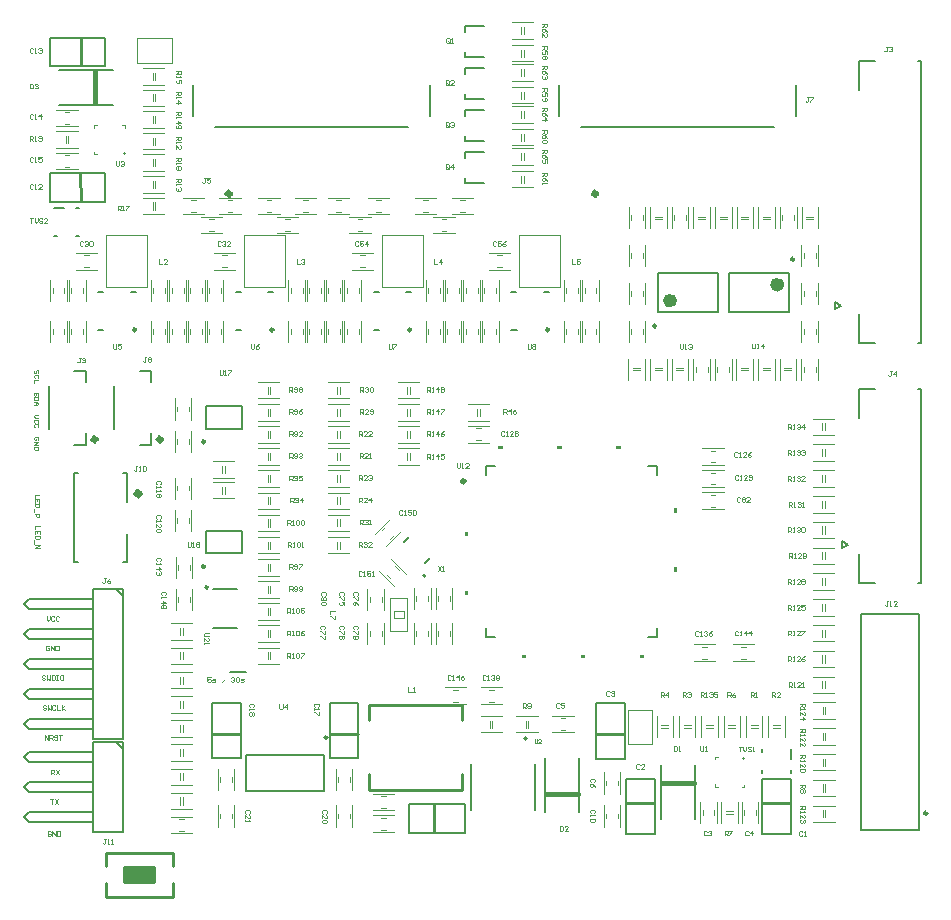
<source format=gbr>
G04*
G04 #@! TF.GenerationSoftware,Altium Limited,Altium Designer,24.1.2 (44)*
G04*
G04 Layer_Color=65535*
%FSLAX44Y44*%
%MOMM*%
G71*
G04*
G04 #@! TF.SameCoordinates,B91C3D85-37F7-440E-B7CA-D4A3DDB4B262*
G04*
G04*
G04 #@! TF.FilePolarity,Positive*
G04*
G01*
G75*
%ADD10C,0.2000*%
%ADD11C,0.2540*%
%ADD12C,0.3810*%
%ADD13C,0.3048*%
%ADD14C,0.5080*%
%ADD15C,0.2500*%
%ADD16C,0.6000*%
%ADD17C,0.1270*%
%ADD18C,0.1000*%
%ADD19C,0.1524*%
%ADD20C,0.1250*%
%ADD21C,0.1200*%
%ADD22R,2.5400X1.2700*%
G36*
X441905Y247378D02*
X438095D01*
Y244838D01*
X441905D01*
Y247378D01*
D02*
G37*
G36*
X392878Y301405D02*
X390338D01*
Y297595D01*
X392878D01*
Y301405D01*
D02*
G37*
G36*
Y351405D02*
X390338D01*
Y347595D01*
X392878D01*
Y351405D01*
D02*
G37*
G36*
X421905Y421622D02*
X418095D01*
Y424162D01*
X421905D01*
Y421622D01*
D02*
G37*
G36*
X471905D02*
X468095D01*
Y424162D01*
X471905D01*
Y421622D01*
D02*
G37*
G36*
X491905Y247378D02*
X488095D01*
Y244838D01*
X491905D01*
Y247378D01*
D02*
G37*
G36*
X541905D02*
X538095D01*
Y244838D01*
X541905D01*
Y247378D01*
D02*
G37*
G36*
X567122Y321405D02*
X569662D01*
Y317595D01*
X567122D01*
Y321405D01*
D02*
G37*
G36*
Y371405D02*
X569662D01*
Y367595D01*
X567122D01*
Y371405D01*
D02*
G37*
G36*
X521905Y421622D02*
X518095D01*
Y424162D01*
X521905D01*
Y421622D01*
D02*
G37*
D10*
X442175Y176278D02*
G03*
X442175Y176278I-1000J0D01*
G01*
X356453Y314021D02*
G03*
X356453Y314021I-1000J0D01*
G01*
X390084Y779318D02*
X406334D01*
X390084Y753318D02*
X406334D01*
X390084D02*
Y757818D01*
Y774818D02*
Y779318D01*
Y743758D02*
X406334D01*
X390084Y717758D02*
X406334D01*
X390084D02*
Y722258D01*
Y739258D02*
Y743758D01*
Y708198D02*
X406334D01*
X390084Y682198D02*
X406334D01*
X390084D02*
Y686698D01*
Y703698D02*
Y708198D01*
Y672638D02*
X406334D01*
X390084Y646638D02*
X406334D01*
X390084D02*
Y651138D01*
Y668138D02*
Y672638D01*
X725250Y98550D02*
X774750D01*
X725250Y281450D02*
X774750D01*
X725250Y98550D02*
Y281450D01*
X774750Y98550D02*
Y281450D01*
X584905Y108107D02*
Y153807D01*
X555605Y108107D02*
Y153807D01*
X457509Y114256D02*
Y159956D01*
X486809Y114256D02*
Y159956D01*
X46488Y712803D02*
X92188D01*
X46488Y742103D02*
X92188D01*
X665636Y159237D02*
Y167737D01*
Y146737D02*
Y149237D01*
X641636Y146737D02*
Y149237D01*
Y165237D02*
Y167737D01*
X42378Y625497D02*
X50878D01*
X60878D02*
X63378D01*
X60878Y601497D02*
X63378D01*
X42378D02*
X44878D01*
X201556Y438524D02*
Y457524D01*
X170556Y438524D02*
Y457524D01*
X201556D01*
X170556Y438524D02*
X201556D01*
Y332999D02*
Y351999D01*
X170556Y332999D02*
Y351999D01*
X201556D01*
X170556Y332999D02*
X201556D01*
X604620Y537065D02*
Y570565D01*
X553620Y537065D02*
Y570565D01*
X604620D01*
X553620Y537065D02*
X604620D01*
X613310Y537065D02*
Y570565D01*
X664310Y537065D02*
Y570565D01*
X613310Y537065D02*
X664310D01*
X613310Y570565D02*
X664310D01*
X204828Y162432D02*
X270828D01*
X204828Y131432D02*
X270828D01*
Y162432D01*
X204828Y131432D02*
Y162432D01*
X16496Y160528D02*
X20729Y156295D01*
X16496Y135128D02*
X20729Y139361D01*
X16496Y135128D02*
X20729Y130895D01*
X16496Y160528D02*
X20729Y164761D01*
X95659Y172805D02*
X99893Y168571D01*
X100316Y97028D02*
Y173228D01*
X74916D02*
X100316D01*
X74916Y97028D02*
X100316D01*
X74916D02*
Y173228D01*
X20729Y164761D02*
X74662D01*
X20729Y156295D02*
X74916D01*
X20729Y139361D02*
X74662D01*
X20729Y130895D02*
X74662D01*
X16496Y109728D02*
X20729Y105495D01*
X16496Y109728D02*
X20729Y113961D01*
X74662D01*
X20729Y105495D02*
X74916D01*
X16496Y290116D02*
X20729Y285883D01*
X16496Y264716D02*
X20729Y268949D01*
X16496Y264716D02*
X20729Y260483D01*
X16496Y290116D02*
X20729Y294349D01*
X95659Y302393D02*
X99893Y298159D01*
X100316Y175816D02*
Y302816D01*
X74916D02*
X100316D01*
X74916Y175816D02*
X100316D01*
X74916D02*
Y302816D01*
X20729Y294349D02*
X74662D01*
X20729Y285883D02*
X74916D01*
X20729Y268949D02*
X74662D01*
X20729Y260483D02*
X74662D01*
X16496Y239316D02*
X20729Y235083D01*
X16496Y213916D02*
X20729Y218149D01*
X16496Y213916D02*
X20729Y209683D01*
X16496Y239316D02*
X20729Y243549D01*
X74662D01*
X20729Y235083D02*
X74916D01*
X20729Y218149D02*
X74662D01*
X20729Y209683D02*
X74662D01*
X16496Y188516D02*
X20729Y184283D01*
X16496Y188516D02*
X20729Y192749D01*
X74662D01*
X20729Y184283D02*
X74916D01*
D11*
X781392Y112993D02*
G03*
X781392Y112993I-1270J0D01*
G01*
X172386Y304475D02*
G03*
X172386Y304475I-1055J0D01*
G01*
X111268Y522356D02*
G03*
X111268Y522356I-1256J0D01*
G01*
X227836D02*
G03*
X227836Y522356I-1256J0D01*
G01*
X344405D02*
G03*
X344405Y522356I-1256J0D01*
G01*
X460973D02*
G03*
X460973Y522356I-1256J0D01*
G01*
X641954Y121564D02*
X665067Y121613D01*
X527125Y121564D02*
X550239Y121613D01*
X363705Y120007D02*
X363754Y96894D01*
X501767Y180006D02*
X524881Y180055D01*
X64450Y654130D02*
X64499Y631016D01*
X64767Y769230D02*
X64816Y746116D01*
X276184Y180241D02*
X299298Y180290D01*
X176362Y180241D02*
X199476Y180290D01*
X625714Y159937D02*
Y159970D01*
X100919Y671749D02*
X100951D01*
X308910Y191536D02*
Y204703D01*
X387445D01*
Y191536D02*
Y204703D01*
X387216Y132903D02*
Y145816D01*
X308910Y132903D02*
X387216D01*
X308910D02*
Y145816D01*
X142494Y42418D02*
Y53848D01*
Y68072D02*
Y79502D01*
X101600Y54610D02*
Y67310D01*
Y54610D02*
X127000D01*
Y67310D01*
X101600D02*
X127000D01*
X86106Y79502D02*
X142494D01*
X86106Y42418D02*
X142494D01*
X86106D02*
Y53848D01*
Y68072D02*
Y79502D01*
D12*
X133298Y429510D02*
G03*
X133298Y429510I-1778J0D01*
G01*
X78028D02*
G03*
X78028Y429510I-1778J0D01*
G01*
X191778Y637500D02*
G03*
X191778Y637500I-1778J0D01*
G01*
X501778D02*
G03*
X501778Y637500I-1778J0D01*
G01*
X556824Y138653D02*
X583740Y138738D01*
X458674Y129326D02*
X485591Y129410D01*
X77034Y740884D02*
X77118Y713968D01*
D13*
X390084Y394190D02*
G03*
X390084Y394190I-1524J0D01*
G01*
D14*
X114808Y383540D02*
G03*
X114808Y383540I-1778J0D01*
G01*
D15*
X169806Y427524D02*
G03*
X169806Y427524I-1250J0D01*
G01*
Y321999D02*
G03*
X169806Y321999I-1250J0D01*
G01*
X551820Y525565D02*
G03*
X551820Y525565I-1250J0D01*
G01*
X668610Y582065D02*
G03*
X668610Y582065I-1250J0D01*
G01*
X273478Y177182D02*
G03*
X273478Y177182I-1250J0D01*
G01*
D16*
X566620Y547065D02*
G03*
X566620Y547065I-3000J0D01*
G01*
X657310Y560565D02*
G03*
X657310Y560565I-3000J0D01*
G01*
D17*
X395201Y116020D02*
Y155020D01*
X449303Y116020D02*
Y155020D01*
X773500Y750100D02*
X776000D01*
X773500Y511100D02*
X776000D01*
X703580Y539720D02*
X708580Y542720D01*
X703580Y545720D02*
X708580Y542720D01*
X703580Y539720D02*
Y545720D01*
X724000Y750100D02*
X737000D01*
X724000Y511100D02*
X737000D01*
X776000D02*
Y750100D01*
X724000Y511100D02*
Y535900D01*
Y725300D02*
Y750100D01*
X356244Y325152D02*
X360486Y329394D01*
X338566Y342829D02*
X342809Y347072D01*
X178000Y694000D02*
X342000D01*
X159500Y703000D02*
Y729500D01*
X360500Y703000D02*
Y729500D01*
X488000Y694000D02*
X652000D01*
X469500Y703000D02*
Y729500D01*
X670500Y703000D02*
Y729500D01*
X724000Y447200D02*
Y472000D01*
Y308000D02*
Y332800D01*
X776000Y308000D02*
Y472000D01*
X724000Y308000D02*
X737000D01*
X724000Y472000D02*
X737000D01*
X709330Y337220D02*
Y343220D01*
X714330Y340220D01*
X709330Y337220D02*
X714330Y340220D01*
X773500Y308000D02*
X776000D01*
X773500Y472000D02*
X776000D01*
X190736Y232587D02*
X204515D01*
D18*
X86412Y558425D02*
X120956D01*
X86412Y602329D02*
X120956D01*
Y558425D02*
Y602329D01*
X86412Y558425D02*
Y602329D01*
X202981Y558425D02*
X237525D01*
X202981Y602329D02*
X237525D01*
Y558425D02*
Y602329D01*
X202981Y558425D02*
Y602329D01*
X319550Y558425D02*
X354094D01*
X319550Y602329D02*
X354094D01*
Y558425D02*
Y602329D01*
X319550Y558425D02*
Y602329D01*
X436118Y558425D02*
X470662D01*
X436118Y602329D02*
X470662D01*
Y558425D02*
Y602329D01*
X436118Y558425D02*
Y602329D01*
X631762Y187341D02*
X637762D01*
X631762Y185341D02*
X637762D01*
X641762Y177341D02*
Y195341D01*
X627762Y177341D02*
Y195341D01*
X650636Y185341D02*
X656636D01*
X650636Y187341D02*
X656636D01*
X646636Y177341D02*
Y195341D01*
X660636Y177341D02*
Y195341D01*
X575141Y185341D02*
X581141D01*
X575141Y187341D02*
X581141D01*
X571141Y177341D02*
Y195341D01*
X585141Y177341D02*
Y195341D01*
X556267Y187341D02*
X562267D01*
X556267Y185341D02*
X562267D01*
X566267Y177341D02*
Y195341D01*
X552267Y177341D02*
Y195341D01*
X612888Y187341D02*
X618888D01*
X612888Y185341D02*
X618888D01*
X622888Y177341D02*
Y195341D01*
X608888Y177341D02*
Y195341D01*
X610953Y112703D02*
X616953D01*
X610953Y114703D02*
X616953D01*
X606953Y104703D02*
Y122703D01*
X620953Y104703D02*
Y122703D01*
X695000Y131342D02*
Y137343D01*
X693000Y131342D02*
Y137343D01*
X685000Y127343D02*
X703000D01*
X685000Y141342D02*
X703000D01*
X441580Y185458D02*
Y191458D01*
X443580Y185458D02*
Y191458D01*
X433580Y195458D02*
X451580D01*
X433580Y181458D02*
X451580D01*
X411235Y185458D02*
Y191458D01*
X413235Y185458D02*
Y191458D01*
X403235Y195458D02*
X421235D01*
X403235Y181458D02*
X421235D01*
X125476Y679041D02*
Y685041D01*
X127476Y679041D02*
Y685041D01*
X117476Y689041D02*
X135476D01*
X117476Y675041D02*
X135476D01*
X125476Y642433D02*
Y648433D01*
X127476Y642433D02*
Y648433D01*
X117476Y652433D02*
X135476D01*
X117476Y638433D02*
X135476D01*
X125476Y715649D02*
Y721649D01*
X127476Y715649D02*
Y721649D01*
X117476Y725649D02*
X135476D01*
X117476Y711649D02*
X135476D01*
X127476Y733953D02*
Y739953D01*
X125476Y733953D02*
Y739953D01*
X117476Y729953D02*
X135476D01*
X117476Y743953D02*
X135476D01*
X127476Y624129D02*
Y630130D01*
X125476Y624129D02*
Y630130D01*
X117476Y620130D02*
X135476D01*
X117476Y634129D02*
X135476D01*
X127476Y660737D02*
Y666737D01*
X125476Y660737D02*
Y666737D01*
X117476Y656737D02*
X135476D01*
X117476Y670737D02*
X135476D01*
X51954Y680373D02*
Y686373D01*
X53954Y680373D02*
Y686373D01*
X43954Y690373D02*
X61954D01*
X43954Y676373D02*
X61954D01*
X282030Y411875D02*
Y417875D01*
X284030Y411875D02*
Y417875D01*
X274030Y421875D02*
X292030D01*
X274030Y407875D02*
X292030D01*
X282030Y430755D02*
Y436755D01*
X284030Y430755D02*
Y436755D01*
X274030Y440755D02*
X292030D01*
X274030Y426755D02*
X292030D01*
X282030Y393265D02*
Y399265D01*
X284030Y393265D02*
Y399265D01*
X274030Y403265D02*
X292030D01*
X274030Y389265D02*
X292030D01*
X282030Y374520D02*
Y380520D01*
X284030Y374520D02*
Y380520D01*
X274030Y384520D02*
X292030D01*
X274030Y370520D02*
X292030D01*
X282030Y449500D02*
Y455500D01*
X284030Y449500D02*
Y455500D01*
X274030Y459500D02*
X292030D01*
X274030Y445500D02*
X292030D01*
X282030Y355775D02*
Y361775D01*
X284030Y355775D02*
Y361775D01*
X274030Y365775D02*
X292030D01*
X274030Y351775D02*
X292030D01*
X282030Y337030D02*
Y343030D01*
X284030Y337030D02*
Y343030D01*
X274030Y347030D02*
X292030D01*
X274030Y333030D02*
X292030D01*
X400500Y449500D02*
Y455500D01*
X402500Y449500D02*
Y455500D01*
X392500Y459500D02*
X410500D01*
X392500Y445500D02*
X410500D01*
X437674Y753564D02*
Y759564D01*
X439674Y753564D02*
Y759564D01*
X429674Y763564D02*
X447674D01*
X429674Y749564D02*
X447674D01*
X437674Y718004D02*
Y724004D01*
X439674Y718004D02*
Y724004D01*
X429674Y728004D02*
X447674D01*
X429674Y714004D02*
X447674D01*
X437674Y682444D02*
Y688444D01*
X439674Y682444D02*
Y688444D01*
X429674Y692444D02*
X447674D01*
X429674Y678444D02*
X447674D01*
X437674Y646884D02*
Y652884D01*
X439674Y646884D02*
Y652884D01*
X429674Y656884D02*
X447674D01*
X429674Y642884D02*
X447674D01*
X437674Y772564D02*
Y778564D01*
X439674Y772564D02*
Y778564D01*
X429674Y782564D02*
X447674D01*
X429674Y768564D02*
X447674D01*
X437674Y737004D02*
Y743004D01*
X439674Y737004D02*
Y743004D01*
X429674Y747004D02*
X447674D01*
X429674Y733004D02*
X447674D01*
X437674Y701444D02*
Y707444D01*
X439674Y701444D02*
Y707444D01*
X429674Y711444D02*
X447674D01*
X429674Y697444D02*
X447674D01*
X437674Y665884D02*
Y671884D01*
X439674Y665884D02*
Y671884D01*
X429674Y675884D02*
X447674D01*
X429674Y661884D02*
X447674D01*
X532419Y487950D02*
X538419D01*
X532419Y489950D02*
X538419D01*
X528419Y479950D02*
Y497950D01*
X542419Y479950D02*
Y497950D01*
X550740Y618220D02*
X556740D01*
X550740Y616220D02*
X556740D01*
X560740Y608220D02*
Y626220D01*
X546740Y608220D02*
Y626220D01*
X568998Y489950D02*
X574998D01*
X568998Y487950D02*
X574998D01*
X578998Y479950D02*
Y497950D01*
X564998Y479950D02*
Y497950D01*
X605702Y616220D02*
X611702D01*
X605702Y618220D02*
X611702D01*
X601702Y608220D02*
Y626220D01*
X615702Y608220D02*
Y626220D01*
X587381Y616220D02*
X593381D01*
X587381Y618220D02*
X593381D01*
X583381Y608220D02*
Y626220D01*
X597381Y608220D02*
Y626220D01*
X550708Y489950D02*
X556708D01*
X550708Y487950D02*
X556708D01*
X560708Y479950D02*
Y497950D01*
X546708Y479950D02*
Y497950D01*
X660445Y487950D02*
X666445D01*
X660445Y489950D02*
X666445D01*
X656445Y479950D02*
Y497950D01*
X670445Y479950D02*
Y497950D01*
X678985Y618220D02*
X684985D01*
X678985Y616220D02*
X684985D01*
X688985Y608220D02*
Y626220D01*
X674985Y608220D02*
Y626220D01*
X623866Y489950D02*
X629866D01*
X623866Y487950D02*
X629866D01*
X633866Y479950D02*
Y497950D01*
X619866Y479950D02*
Y497950D01*
X642343Y616220D02*
X648343D01*
X642343Y618220D02*
X648343D01*
X638343Y608220D02*
Y626220D01*
X652343Y608220D02*
Y626220D01*
X624022Y616220D02*
X630022D01*
X624022Y618220D02*
X630022D01*
X620022Y608220D02*
Y626220D01*
X634022Y608220D02*
Y626220D01*
X642156Y489950D02*
X648156D01*
X642156Y487950D02*
X648156D01*
X652156Y479950D02*
Y497950D01*
X638156Y479950D02*
Y497950D01*
X186420Y400860D02*
Y406860D01*
X184420Y400860D02*
Y406860D01*
X176420Y396860D02*
X194420D01*
X176420Y410860D02*
X194420D01*
X186420Y383493D02*
Y389493D01*
X184420Y383493D02*
Y389493D01*
X176420Y379493D02*
X194420D01*
X176420Y393493D02*
X194420D01*
X222881Y430672D02*
Y436671D01*
X224881Y430672D02*
Y436671D01*
X214881Y440672D02*
X232881D01*
X214881Y426671D02*
X232881D01*
X222881Y411926D02*
Y417926D01*
X224881Y411926D02*
Y417926D01*
X214881Y421926D02*
X232881D01*
X214881Y407926D02*
X232881D01*
X222881Y374436D02*
Y380436D01*
X224881Y374436D02*
Y380436D01*
X214881Y384436D02*
X232881D01*
X214881Y370436D02*
X232881D01*
X222881Y393181D02*
Y399181D01*
X224881Y393181D02*
Y399181D01*
X214881Y403181D02*
X232881D01*
X214881Y389181D02*
X232881D01*
X222881Y449417D02*
Y455417D01*
X224881Y449417D02*
Y455417D01*
X214881Y459417D02*
X232881D01*
X214881Y445417D02*
X232881D01*
X222881Y318201D02*
Y324201D01*
X224881Y318201D02*
Y324201D01*
X214881Y328201D02*
X232881D01*
X214881Y314201D02*
X232881D01*
X224881Y468162D02*
Y474162D01*
X222881Y468162D02*
Y474162D01*
X214881Y464162D02*
X232881D01*
X214881Y478162D02*
X232881D01*
X222881Y299456D02*
Y305456D01*
X224881Y299456D02*
Y305456D01*
X214881Y309456D02*
X232881D01*
X214881Y295456D02*
X232881D01*
X222881Y355691D02*
Y361691D01*
X224881Y355691D02*
Y361691D01*
X214881Y365691D02*
X232881D01*
X214881Y351691D02*
X232881D01*
X224881Y336946D02*
Y342946D01*
X222881Y336946D02*
Y342946D01*
X214881Y332946D02*
X232881D01*
X214881Y346946D02*
X232881D01*
X224881Y280711D02*
Y286711D01*
X222881Y280711D02*
Y286711D01*
X214881Y276711D02*
X232881D01*
X214881Y290711D02*
X232881D01*
X224881Y261966D02*
Y267966D01*
X222881Y261966D02*
Y267966D01*
X214881Y257966D02*
X232881D01*
X214881Y271966D02*
X232881D01*
X224881Y243221D02*
Y249221D01*
X222881Y243221D02*
Y249221D01*
X214881Y239221D02*
X232881D01*
X214881Y253221D02*
X232881D01*
X150860Y243221D02*
Y249221D01*
X148860Y243221D02*
Y249221D01*
X140860Y239221D02*
X158860D01*
X140860Y253221D02*
X158860D01*
X150860Y263700D02*
Y269700D01*
X148860Y263700D02*
Y269700D01*
X140860Y259700D02*
X158860D01*
X140860Y273700D02*
X158860D01*
X150860Y120346D02*
Y126346D01*
X148860Y120346D02*
Y126346D01*
X140860Y116346D02*
X158860D01*
X140860Y130346D02*
X158860D01*
X148860Y161304D02*
Y167304D01*
X150860Y161304D02*
Y167304D01*
X140860Y171304D02*
X158860D01*
X140860Y157304D02*
X158860D01*
X148860Y140825D02*
Y146825D01*
X150860Y140825D02*
Y146825D01*
X140860Y150825D02*
X158860D01*
X140860Y136825D02*
X158860D01*
X148860Y222742D02*
Y228742D01*
X150860Y222742D02*
Y228742D01*
X140860Y232742D02*
X158860D01*
X140860Y218742D02*
X158860D01*
X148860Y202263D02*
Y208263D01*
X150860Y202263D02*
Y208263D01*
X140860Y212263D02*
X158860D01*
X140860Y198263D02*
X158860D01*
X148860Y181784D02*
Y187784D01*
X150860Y181784D02*
Y187784D01*
X140860Y191784D02*
X158860D01*
X140860Y177784D02*
X158860D01*
X594015Y185341D02*
X600015D01*
X594015Y187341D02*
X600015D01*
X590015Y177341D02*
Y195341D01*
X604015Y177341D02*
Y195341D01*
X343178Y412010D02*
Y418010D01*
X341178Y412010D02*
Y418010D01*
X333178Y408010D02*
X351178D01*
X333178Y422010D02*
X351178D01*
X343178Y430755D02*
Y436755D01*
X341178Y430755D02*
Y436755D01*
X333178Y426755D02*
X351178D01*
X333178Y440755D02*
X351178D01*
X343178Y449500D02*
Y455500D01*
X341178Y449500D02*
Y455500D01*
X333178Y445500D02*
X351178D01*
X333178Y459500D02*
X351178D01*
X343178Y468245D02*
Y474245D01*
X341178Y468245D02*
Y474245D01*
X333178Y464245D02*
X351178D01*
X333178Y478245D02*
X351178D01*
X693000Y153185D02*
Y159185D01*
X695000Y153185D02*
Y159185D01*
X685000Y163185D02*
X703000D01*
X685000Y149185D02*
X703000D01*
X694595Y218713D02*
Y224713D01*
X692595Y218713D02*
Y224713D01*
X684595Y214713D02*
X702595D01*
X684595Y228713D02*
X702595D01*
X693000Y175028D02*
Y181028D01*
X695000Y175028D02*
Y181028D01*
X685000Y185028D02*
X703000D01*
X685000Y171028D02*
X703000D01*
X695000Y109500D02*
Y115500D01*
X693000Y109500D02*
Y115500D01*
X685000Y105500D02*
X703000D01*
X685000Y119500D02*
X703000D01*
X693000Y196870D02*
Y202870D01*
X695000Y196870D02*
Y202870D01*
X685000Y206870D02*
X703000D01*
X685000Y192870D02*
X703000D01*
X694595Y284240D02*
Y290240D01*
X692595Y284240D02*
Y290240D01*
X684595Y280240D02*
X702595D01*
X684595Y294240D02*
X702595D01*
X692595Y240555D02*
Y246555D01*
X694595Y240555D02*
Y246555D01*
X684595Y250555D02*
X702595D01*
X684595Y236555D02*
X702595D01*
X692595Y262397D02*
Y268398D01*
X694595Y262397D02*
Y268398D01*
X684595Y272397D02*
X702595D01*
X684595Y258398D02*
X702595D01*
X692595Y306082D02*
Y312083D01*
X694595Y306082D02*
Y312083D01*
X684595Y316082D02*
X702595D01*
X684595Y302083D02*
X702595D01*
X692595Y327925D02*
Y333925D01*
X694595Y327925D02*
Y333925D01*
X684595Y337925D02*
X702595D01*
X684595Y323925D02*
X702595D01*
X692595Y349767D02*
Y355768D01*
X694595Y349767D02*
Y355768D01*
X684595Y359767D02*
X702595D01*
X684595Y345768D02*
X702595D01*
X692595Y371610D02*
Y377610D01*
X694595Y371610D02*
Y377610D01*
X684595Y381610D02*
X702595D01*
X684595Y367610D02*
X702595D01*
X692595Y393452D02*
Y399453D01*
X694595Y393452D02*
Y399453D01*
X684595Y403452D02*
X702595D01*
X684595Y389453D02*
X702595D01*
X692595Y415295D02*
Y421295D01*
X694595Y415295D02*
Y421295D01*
X684595Y425295D02*
X702595D01*
X684595Y411295D02*
X702595D01*
X125476Y697345D02*
Y703345D01*
X127476Y697345D02*
Y703345D01*
X117476Y707345D02*
X135476D01*
X117476Y693345D02*
X135476D01*
X282030Y468245D02*
Y474245D01*
X284030Y468245D02*
Y474245D01*
X274030Y478245D02*
X292030D01*
X274030Y464245D02*
X292030D01*
X692595Y437137D02*
Y443138D01*
X694595Y437137D02*
Y443138D01*
X684595Y447137D02*
X702595D01*
X684595Y433138D02*
X702595D01*
X601784Y158589D02*
Y160848D01*
X604065D01*
X601813Y135055D02*
X604072D01*
X601813D02*
Y137336D01*
X624285Y135020D02*
X626566D01*
Y137279D01*
X99571Y695679D02*
X101830D01*
Y693398D02*
Y695679D01*
X76037Y693391D02*
Y695650D01*
X78318D01*
X76002Y670897D02*
Y673179D01*
Y670897D02*
X78260D01*
X326803Y267201D02*
X341168D01*
X329640Y278632D02*
Y283966D01*
X338328D01*
Y278632D02*
Y283966D01*
X329640Y278632D02*
X338328D01*
X326803Y267201D02*
Y295141D01*
X341168D01*
Y289253D02*
Y295141D01*
Y267201D02*
Y289253D01*
X527816Y200685D02*
X548644D01*
X527816Y171221D02*
X548644D01*
Y200685D01*
X527816Y171221D02*
Y200685D01*
X141661Y748393D02*
Y769221D01*
X112197Y748393D02*
Y769221D01*
Y748393D02*
X141661D01*
X112197Y769221D02*
X141661D01*
D19*
X641445Y95656D02*
X665829D01*
X641445Y142392D02*
X665829D01*
X641445Y95656D02*
Y142392D01*
X665829Y95656D02*
Y142392D01*
X526617Y95656D02*
X551001D01*
X526617Y142392D02*
X551001D01*
X526617Y95656D02*
Y142392D01*
X551001Y95656D02*
Y142392D01*
X389662Y96386D02*
Y120770D01*
X342926Y96386D02*
Y120770D01*
Y96386D02*
X389662D01*
X342926Y120770D02*
X389662D01*
X501005Y205963D02*
X525389D01*
X501005Y159227D02*
X525389D01*
Y205963D01*
X501005Y159227D02*
Y205963D01*
X38542Y630254D02*
Y654638D01*
X85278Y630254D02*
Y654638D01*
X38542D02*
X85278D01*
X38542Y630254D02*
X85278D01*
X38859Y745354D02*
Y769738D01*
X85595Y745354D02*
Y769738D01*
X38859D02*
X85595D01*
X38859Y745354D02*
X85595D01*
X275422Y206198D02*
X299806D01*
X275422Y159462D02*
X299806D01*
Y206198D01*
X275422Y159462D02*
Y206198D01*
X175600D02*
X199984D01*
X175600Y159462D02*
X199984D01*
Y206198D01*
X175600Y159462D02*
Y206198D01*
X124408Y477809D02*
Y487422D01*
X114534Y424938D02*
X124408D01*
X92912Y437984D02*
Y474376D01*
X114534Y487422D02*
X124408D01*
Y424938D02*
Y434551D01*
X69138Y477809D02*
Y487422D01*
X59264Y424938D02*
X69138D01*
X37642Y437984D02*
Y474376D01*
X59264Y487422D02*
X69138D01*
Y424938D02*
Y434551D01*
X176783Y269576D02*
X196849D01*
X176783Y302596D02*
X196849D01*
X407737Y406763D02*
X415276D01*
X407737Y262237D02*
X415276D01*
X552263D02*
Y269776D01*
X544724Y406763D02*
X552263D01*
X407737Y399224D02*
Y406763D01*
Y262237D02*
Y269776D01*
X544724Y262237D02*
X552263D01*
Y399224D02*
Y406763D01*
X103505Y325755D02*
Y349579D01*
X100146Y400685D02*
X103505D01*
X59055Y325755D02*
Y400685D01*
Y325755D02*
X62504D01*
X103505Y376861D02*
Y400685D01*
X100146Y325755D02*
X103505D01*
X59055Y400685D02*
X62504D01*
X79633Y522518D02*
X83919D01*
X79494Y554184D02*
X83780D01*
X106954Y554144D02*
X111240D01*
X196202Y522518D02*
X200488D01*
X196063Y554184D02*
X200348D01*
X223523Y554144D02*
X227808D01*
X312771Y522518D02*
X317056D01*
X312631Y554184D02*
X316917D01*
X340091Y554144D02*
X344377D01*
X429339Y522518D02*
X433625D01*
X429200Y554184D02*
X433485D01*
X456660Y554144D02*
X460945D01*
D20*
X591169Y111703D02*
Y115703D01*
X601169Y111703D02*
Y115703D01*
X603168Y104703D02*
Y122703D01*
X589169Y104703D02*
Y122703D01*
X626487Y111703D02*
Y115703D01*
X636487Y111703D02*
Y115703D01*
X638487Y104703D02*
Y122703D01*
X624487Y104703D02*
Y122703D01*
X470925Y183458D02*
X474925D01*
X470925Y193458D02*
X474925D01*
X463925Y195458D02*
X481925D01*
X463925Y181458D02*
X481925D01*
X509452Y136653D02*
Y140653D01*
X519452Y136653D02*
Y140653D01*
X521452Y129653D02*
Y147653D01*
X507452Y129653D02*
Y147653D01*
X319215Y127500D02*
X323215D01*
X319215Y117500D02*
X323215D01*
X312215Y115500D02*
X330215D01*
X312215Y129500D02*
X330215D01*
X509452Y108742D02*
Y112742D01*
X519452Y108742D02*
Y112742D01*
X521452Y101742D02*
Y119742D01*
X507452Y101742D02*
Y119742D01*
X318888Y99117D02*
X322888D01*
X318888Y109117D02*
X322888D01*
X311888Y111117D02*
X329888D01*
X311888Y97117D02*
X329888D01*
X51086Y706802D02*
X55086D01*
X51086Y696802D02*
X55086D01*
X44086Y694802D02*
X62086D01*
X44086Y708802D02*
X62086D01*
X50954Y670194D02*
X54954D01*
X50954Y660194D02*
X54954D01*
X43954Y658194D02*
X61954D01*
X43954Y672194D02*
X61954D01*
X282614Y139856D02*
Y143856D01*
X292614Y139856D02*
Y143856D01*
X294614Y132856D02*
Y150856D01*
X280614Y132856D02*
Y150856D01*
X182792Y139856D02*
Y143856D01*
X192792Y139856D02*
Y143856D01*
X194792Y132856D02*
Y150856D01*
X180792Y132856D02*
Y150856D01*
X282614Y108742D02*
Y112742D01*
X292614Y108742D02*
Y112742D01*
X294614Y101742D02*
Y119742D01*
X280614Y101742D02*
Y119742D01*
X182792Y108742D02*
Y112742D01*
X192792Y108742D02*
Y112742D01*
X194792Y101742D02*
Y119742D01*
X180792Y101742D02*
Y119742D01*
X50778Y553335D02*
Y557335D01*
X40778Y553335D02*
Y557335D01*
X38778Y546335D02*
Y564335D01*
X52778Y546335D02*
Y564335D01*
X151691Y553335D02*
Y557335D01*
X141691Y553335D02*
Y557335D01*
X139691Y546335D02*
Y564335D01*
X153691Y546335D02*
Y564335D01*
X66780Y553335D02*
Y557335D01*
X56780Y553335D02*
Y557335D01*
X54780Y546335D02*
Y564335D01*
X68780Y546335D02*
Y564335D01*
X135863Y553335D02*
Y557335D01*
X125863Y553335D02*
Y557335D01*
X123862Y546335D02*
Y564335D01*
X137863Y546335D02*
Y564335D01*
X167520Y553335D02*
Y557335D01*
X157520Y553335D02*
Y557335D01*
X155520Y546335D02*
Y564335D01*
X169520Y546335D02*
Y564335D01*
X268260Y553335D02*
Y557335D01*
X258260Y553335D02*
Y557335D01*
X256260Y546335D02*
Y564335D01*
X270260Y546335D02*
Y564335D01*
X183349Y553335D02*
Y557335D01*
X173349Y553335D02*
Y557335D01*
X171349Y546335D02*
Y564335D01*
X185349Y546335D02*
Y564335D01*
X252431Y553335D02*
Y557335D01*
X242431Y553335D02*
Y557335D01*
X240431Y546335D02*
Y564335D01*
X254431Y546335D02*
Y564335D01*
X67796Y585255D02*
X71796D01*
X67796Y575255D02*
X71796D01*
X60796Y573255D02*
X78796D01*
X60796Y587255D02*
X78796D01*
X158012Y632122D02*
X162012D01*
X158012Y622122D02*
X162012D01*
X151012Y620122D02*
X169012D01*
X151012Y634122D02*
X169012D01*
X184365Y585255D02*
X188365D01*
X184365Y575255D02*
X188365D01*
X177365Y573255D02*
X195365D01*
X177365Y587255D02*
X195365D01*
X222153Y632122D02*
X226153D01*
X222153Y622122D02*
X226153D01*
X215153Y620122D02*
X233153D01*
X215153Y634122D02*
X233153D01*
X237653Y606124D02*
X241653D01*
X237653Y616124D02*
X241653D01*
X230653Y618124D02*
X248653D01*
X230653Y604124D02*
X248653D01*
X173512Y606124D02*
X177512D01*
X173512Y616124D02*
X177512D01*
X166512Y618124D02*
X184512D01*
X166512Y604124D02*
X184512D01*
X56780Y519152D02*
Y523153D01*
X66780Y519152D02*
Y523153D01*
X68780Y512152D02*
Y530153D01*
X54780Y512152D02*
Y530153D01*
X173349Y519152D02*
Y523153D01*
X183349Y519152D02*
Y523153D01*
X185349Y512152D02*
Y530153D01*
X171349Y512152D02*
Y530153D01*
X50778Y519152D02*
Y523153D01*
X40778Y519152D02*
Y523153D01*
X38778Y512152D02*
Y530153D01*
X52778Y512152D02*
Y530153D01*
X167520Y519152D02*
Y523153D01*
X157520Y519152D02*
Y523153D01*
X155520Y512152D02*
Y530153D01*
X169520Y512152D02*
Y530153D01*
X141691Y519152D02*
Y523153D01*
X151691Y519152D02*
Y523153D01*
X153691Y512152D02*
Y530153D01*
X139691Y512152D02*
Y530153D01*
X258260Y519152D02*
Y523153D01*
X268260Y519152D02*
Y523153D01*
X270260Y512152D02*
Y530153D01*
X256260Y512152D02*
Y530153D01*
X189012Y622122D02*
X193012D01*
X189012Y632122D02*
X193012D01*
X182012Y634122D02*
X200012D01*
X182012Y620122D02*
X200012D01*
X253153Y622122D02*
X257153D01*
X253153Y632122D02*
X257153D01*
X246153Y634122D02*
X264153D01*
X246153Y620122D02*
X264153D01*
X125863Y519152D02*
Y523153D01*
X135863Y519152D02*
Y523153D01*
X137863Y512152D02*
Y530153D01*
X123862Y512152D02*
Y530153D01*
X242431Y519152D02*
Y523153D01*
X252431Y519152D02*
Y523153D01*
X254431Y512152D02*
Y530153D01*
X240431Y512152D02*
Y530153D01*
X284088Y553335D02*
Y557335D01*
X274088Y553335D02*
Y557335D01*
X272089Y546335D02*
Y564335D01*
X286089Y546335D02*
Y564335D01*
X384828Y553335D02*
Y557335D01*
X374828Y553335D02*
Y557335D01*
X372828Y546335D02*
Y564335D01*
X386828Y546335D02*
Y564335D01*
X299917Y553335D02*
Y557335D01*
X289917Y553335D02*
Y557335D01*
X287917Y546335D02*
Y564335D01*
X301917Y546335D02*
Y564335D01*
X368999Y553335D02*
Y557335D01*
X358999Y553335D02*
Y557335D01*
X357000Y546335D02*
Y564335D01*
X370999Y546335D02*
Y564335D01*
X400657Y553335D02*
Y557335D01*
X390657Y553335D02*
Y557335D01*
X388657Y546335D02*
Y564335D01*
X402657Y546335D02*
Y564335D01*
X501316Y553335D02*
Y557335D01*
X491316Y553335D02*
Y557335D01*
X489316Y546335D02*
Y564335D01*
X503316Y546335D02*
Y564335D01*
X416486Y553335D02*
Y557335D01*
X406486Y553335D02*
Y557335D01*
X404486Y546335D02*
Y564335D01*
X418486Y546335D02*
Y564335D01*
X485568Y553335D02*
Y557335D01*
X475568Y553335D02*
Y557335D01*
X473568Y546335D02*
Y564335D01*
X487568Y546335D02*
Y564335D01*
X300933Y585255D02*
X304933D01*
X300933Y575255D02*
X304933D01*
X293933Y573255D02*
X311933D01*
X293933Y587255D02*
X311933D01*
X281058Y622122D02*
X285058D01*
X281058Y632122D02*
X285058D01*
X274058Y634122D02*
X292058D01*
X274058Y620122D02*
X292058D01*
X417502Y585255D02*
X421502D01*
X417502Y575255D02*
X421502D01*
X410502Y573255D02*
X428502D01*
X410502Y587255D02*
X428502D01*
X354717Y632122D02*
X358717D01*
X354717Y622122D02*
X358717D01*
X347717Y620122D02*
X365717D01*
X347717Y634122D02*
X365717D01*
X299109Y606124D02*
X303109D01*
X299109Y616124D02*
X303109D01*
X292109Y618124D02*
X310109D01*
X292109Y604124D02*
X310109D01*
X370217Y606124D02*
X374217D01*
X370217Y616124D02*
X374217D01*
X363217Y618124D02*
X381217D01*
X363217Y604124D02*
X381217D01*
X289917Y519152D02*
Y523153D01*
X299917Y519152D02*
Y523153D01*
X301917Y512152D02*
Y530153D01*
X287917Y512152D02*
Y530153D01*
X406486Y519152D02*
Y523153D01*
X416486Y519152D02*
Y523153D01*
X418486Y512152D02*
Y530153D01*
X404486Y512152D02*
Y530153D01*
X284088Y519152D02*
Y523153D01*
X274088Y519152D02*
Y523153D01*
X272089Y512152D02*
Y530153D01*
X286089Y512152D02*
Y530153D01*
X400657Y519152D02*
Y523153D01*
X390657Y519152D02*
Y523153D01*
X388657Y512152D02*
Y530153D01*
X402657Y512152D02*
Y530153D01*
X491316Y519152D02*
Y523153D01*
X501316Y519152D02*
Y523153D01*
X503316Y512152D02*
Y530153D01*
X489316Y512152D02*
Y530153D01*
X374828Y519152D02*
Y523153D01*
X384828Y519152D02*
Y523153D01*
X386828Y512152D02*
Y530153D01*
X372828Y512152D02*
Y530153D01*
X314609Y622122D02*
X318609D01*
X314609Y632122D02*
X318609D01*
X307609Y634122D02*
X325609D01*
X307609Y620122D02*
X325609D01*
X385717Y622122D02*
X389717D01*
X385717Y632122D02*
X389717D01*
X378717Y634122D02*
X396717D01*
X378717Y620122D02*
X396717D01*
X358999Y519152D02*
Y523153D01*
X368999Y519152D02*
Y523153D01*
X370999Y512152D02*
Y530153D01*
X357000Y512152D02*
Y530153D01*
X475568Y519152D02*
Y523153D01*
X485568Y519152D02*
Y523153D01*
X487568Y512152D02*
Y530153D01*
X473568Y512152D02*
Y530153D01*
X540544Y583153D02*
Y587152D01*
X530544Y583153D02*
Y587152D01*
X528544Y576152D02*
Y594152D01*
X542544Y576152D02*
Y594152D01*
X530544Y551085D02*
Y555085D01*
X540544Y551085D02*
Y555085D01*
X542544Y544085D02*
Y562085D01*
X528544Y544085D02*
Y562085D01*
X540544Y615220D02*
Y619220D01*
X530544Y615220D02*
Y619220D01*
X528544Y608220D02*
Y626220D01*
X542544Y608220D02*
Y626220D01*
X530544Y519017D02*
Y523018D01*
X540544Y519017D02*
Y523018D01*
X542544Y512018D02*
Y530018D01*
X528544Y512018D02*
Y530018D01*
X585412Y486950D02*
Y490950D01*
X595412Y486950D02*
Y490950D01*
X597412Y479950D02*
Y497950D01*
X583412Y479950D02*
Y497950D01*
X577185Y615220D02*
Y619220D01*
X567185Y615220D02*
Y619220D01*
X565185Y608220D02*
Y626220D01*
X579185Y608220D02*
Y626220D01*
X686860Y551085D02*
Y555085D01*
X676860Y551085D02*
Y555085D01*
X674859Y544085D02*
Y562085D01*
X688859Y544085D02*
Y562085D01*
X676860Y519017D02*
Y523018D01*
X686860Y519017D02*
Y523018D01*
X688860Y512018D02*
Y530018D01*
X674859Y512018D02*
Y530018D01*
X686860Y583153D02*
Y587152D01*
X676860Y583153D02*
Y587152D01*
X674859Y576152D02*
Y594152D01*
X688859Y576152D02*
Y594152D01*
X676860Y486950D02*
Y490950D01*
X686860Y486950D02*
Y490950D01*
X688860Y479950D02*
Y497950D01*
X674859Y479950D02*
Y497950D01*
X603702Y486950D02*
Y490950D01*
X613702Y486950D02*
Y490950D01*
X615702Y479950D02*
Y497950D01*
X601702Y479950D02*
Y497950D01*
X668789Y615220D02*
Y619220D01*
X658789Y615220D02*
Y619220D01*
X656789Y608220D02*
Y626220D01*
X670789Y608220D02*
Y626220D01*
X146311Y453180D02*
Y457180D01*
X156311Y453180D02*
Y457180D01*
X158311Y446180D02*
Y464180D01*
X144311Y446180D02*
Y464180D01*
X146311Y386243D02*
Y390243D01*
X156311Y386243D02*
Y390243D01*
X158311Y379243D02*
Y397243D01*
X144311Y379243D02*
Y397243D01*
X146311Y425711D02*
Y429711D01*
X156311Y425711D02*
Y429711D01*
X158311Y418711D02*
Y436711D01*
X144311Y418711D02*
Y436711D01*
X146311Y358774D02*
Y362774D01*
X156311Y358774D02*
Y362774D01*
X158311Y351774D02*
Y369774D01*
X144311Y351774D02*
Y369774D01*
X598000Y410000D02*
X602000D01*
X598000Y420000D02*
X602000D01*
X591000Y422000D02*
X609000D01*
X591000Y408000D02*
X609000D01*
X399326Y428755D02*
X403326D01*
X399326Y438755D02*
X403326D01*
X392326Y440755D02*
X410326D01*
X392326Y426755D02*
X410326D01*
X598000Y401322D02*
X602000D01*
X598000Y391322D02*
X602000D01*
X591000Y389322D02*
X609000D01*
X591000Y403322D02*
X609000D01*
X590500Y243970D02*
X594500D01*
X590500Y253970D02*
X594500D01*
X583500Y255970D02*
X601500D01*
X583500Y241970D02*
X601500D01*
X410235Y217500D02*
X414235D01*
X410235Y207500D02*
X414235D01*
X403235Y205500D02*
X421235D01*
X403235Y219500D02*
X421235D01*
X146943Y319305D02*
Y323305D01*
X156943Y319305D02*
Y323305D01*
X158943Y312305D02*
Y330305D01*
X144943Y312305D02*
Y330305D01*
X623789Y243970D02*
X627789D01*
X623789Y253970D02*
X627789D01*
X616789Y255970D02*
X634789D01*
X616789Y241970D02*
X634789D01*
X380243Y217500D02*
X384243D01*
X380243Y207500D02*
X384243D01*
X373243Y205500D02*
X391243D01*
X373243Y219500D02*
X391243D01*
X146943Y291836D02*
Y295837D01*
X156943Y291836D02*
Y295837D01*
X158943Y284837D02*
Y302836D01*
X144943Y284837D02*
Y302836D01*
X147860Y107992D02*
X151860D01*
X147860Y97992D02*
X151860D01*
X140860Y95992D02*
X158860D01*
X140860Y109992D02*
X158860D01*
X326849Y345462D02*
X329677Y348291D01*
X319778Y352533D02*
X322606Y355362D01*
X313414Y348998D02*
X326142Y361726D01*
X323313Y339099D02*
X336041Y351826D01*
X330937Y321967D02*
X333765Y319138D01*
X323866Y314895D02*
X326694Y312067D01*
X317502Y318431D02*
X330230Y305703D01*
X327402Y328331D02*
X340129Y315603D01*
X348822Y292500D02*
Y296500D01*
X358822Y292500D02*
Y296500D01*
X360822Y285500D02*
Y303500D01*
X346822Y285500D02*
Y303500D01*
X367364Y292500D02*
Y296500D01*
X377364Y292500D02*
Y296500D01*
X379364Y285500D02*
Y303500D01*
X365364Y285500D02*
Y303500D01*
X319452Y263424D02*
Y267424D01*
X309452Y263424D02*
Y267424D01*
X307452Y256424D02*
Y274424D01*
X321452Y256424D02*
Y274424D01*
X348822Y263424D02*
Y267424D01*
X358822Y263424D02*
Y267424D01*
X360822Y256424D02*
Y274424D01*
X346822Y256424D02*
Y274424D01*
X367110Y263424D02*
Y267424D01*
X377110Y263424D02*
Y267424D01*
X379110Y256424D02*
Y274424D01*
X365110Y256424D02*
Y274424D01*
X319452Y291872D02*
Y295872D01*
X309452Y291872D02*
Y295872D01*
X307452Y284872D02*
Y302872D01*
X321452Y284872D02*
Y302872D01*
X598000Y372645D02*
X602000D01*
X598000Y382645D02*
X602000D01*
X591000Y384645D02*
X609000D01*
X591000Y370645D02*
X609000D01*
D21*
X174621Y228060D02*
X171956D01*
Y226060D01*
X173288Y226727D01*
X173955D01*
X174621Y226060D01*
Y224727D01*
X173955Y224061D01*
X172622D01*
X171956Y224727D01*
X175954Y224061D02*
X177954D01*
X178620Y224727D01*
X177954Y225394D01*
X176621D01*
X175954Y226060D01*
X176621Y226727D01*
X178620D01*
X183952Y224061D02*
X186618Y226727D01*
X191949Y227393D02*
X192616Y228060D01*
X193948D01*
X194615Y227393D01*
Y226727D01*
X193948Y226060D01*
X193282D01*
X193948D01*
X194615Y225394D01*
Y224727D01*
X193948Y224061D01*
X192616D01*
X191949Y224727D01*
X195948Y227393D02*
X196614Y228060D01*
X197947D01*
X198614Y227393D01*
Y224727D01*
X197947Y224061D01*
X196614D01*
X195948Y224727D01*
Y227393D01*
X199946Y224061D02*
X201946D01*
X202612Y224727D01*
X201946Y225394D01*
X200613D01*
X199946Y226060D01*
X200613Y226727D01*
X202612D01*
X29917Y355977D02*
X25918D01*
Y353311D01*
X29917Y349312D02*
Y351978D01*
X25918D01*
Y349312D01*
X27918Y351978D02*
Y350645D01*
X29917Y347979D02*
X25918D01*
Y345980D01*
X26585Y345313D01*
X29251D01*
X29917Y345980D01*
Y347979D01*
X25252Y343980D02*
Y341315D01*
X25918Y339982D02*
X29917D01*
X25918Y337316D01*
X29917D01*
X29734Y382694D02*
X25735D01*
Y380028D01*
X29734Y376029D02*
Y378695D01*
X25735D01*
Y376029D01*
X27735Y378695D02*
Y377362D01*
X29734Y374696D02*
X25735D01*
Y372697D01*
X26402Y372030D01*
X29067D01*
X29734Y372697D01*
Y374696D01*
X25069Y370698D02*
Y368032D01*
X25735Y366699D02*
X29734D01*
Y364700D01*
X29067Y364033D01*
X27735D01*
X27068Y364700D01*
Y366699D01*
X34193Y175231D02*
Y179230D01*
X36859Y175231D01*
Y179230D01*
X38192Y175231D02*
Y179230D01*
X40191D01*
X40858Y178563D01*
Y177231D01*
X40191Y176564D01*
X38192D01*
X39525D02*
X40858Y175231D01*
X44857Y178563D02*
X44190Y179230D01*
X42857D01*
X42191Y178563D01*
Y177897D01*
X42857Y177231D01*
X44190D01*
X44857Y176564D01*
Y175898D01*
X44190Y175231D01*
X42857D01*
X42191Y175898D01*
X46189Y179230D02*
X48855D01*
X47522D01*
Y175231D01*
X35212Y203788D02*
X34545Y204455D01*
X33212D01*
X32546Y203788D01*
Y203122D01*
X33212Y202455D01*
X34545D01*
X35212Y201789D01*
Y201122D01*
X34545Y200456D01*
X33212D01*
X32546Y201122D01*
X36545Y204455D02*
Y200456D01*
X37878Y201789D01*
X39211Y200456D01*
Y204455D01*
X43209Y203788D02*
X42543Y204455D01*
X41210D01*
X40543Y203788D01*
Y201122D01*
X41210Y200456D01*
X42543D01*
X43209Y201122D01*
X44542Y204455D02*
Y200456D01*
X47208D01*
X48541Y204455D02*
Y200456D01*
Y201789D01*
X51207Y204455D01*
X49207Y202455D01*
X51207Y200456D01*
X34590Y229013D02*
X33924Y229679D01*
X32591D01*
X31924Y229013D01*
Y228346D01*
X32591Y227680D01*
X33924D01*
X34590Y227013D01*
Y226347D01*
X33924Y225681D01*
X32591D01*
X31924Y226347D01*
X35923Y229679D02*
Y225681D01*
X37256Y227013D01*
X38589Y225681D01*
Y229679D01*
X39922D02*
Y225681D01*
X41921D01*
X42587Y226347D01*
Y229013D01*
X41921Y229679D01*
X39922D01*
X43920D02*
X45253D01*
X44587D01*
Y225681D01*
X43920D01*
X45253D01*
X49252Y229679D02*
X47919D01*
X47252Y229013D01*
Y226347D01*
X47919Y225681D01*
X49252D01*
X49918Y226347D01*
Y229013D01*
X49252Y229679D01*
X37919Y254237D02*
X37253Y254904D01*
X35920D01*
X35254Y254237D01*
Y251572D01*
X35920Y250905D01*
X37253D01*
X37919Y251572D01*
Y252904D01*
X36586D01*
X39252Y250905D02*
Y254904D01*
X41918Y250905D01*
Y254904D01*
X43251D02*
Y250905D01*
X45250D01*
X45917Y251572D01*
Y254237D01*
X45250Y254904D01*
X43251D01*
X35770Y280128D02*
Y277463D01*
X37103Y276130D01*
X38436Y277463D01*
Y280128D01*
X42434Y279462D02*
X41768Y280128D01*
X40435D01*
X39769Y279462D01*
Y276796D01*
X40435Y276130D01*
X41768D01*
X42434Y276796D01*
X46433Y279462D02*
X45767Y280128D01*
X44434D01*
X43767Y279462D01*
Y276796D01*
X44434Y276130D01*
X45767D01*
X46433Y276796D01*
X28188Y485461D02*
X28855Y486128D01*
Y487460D01*
X28188Y488127D01*
X27522D01*
X26855Y487460D01*
Y486128D01*
X26189Y485461D01*
X25522D01*
X24856Y486128D01*
Y487460D01*
X25522Y488127D01*
X28188Y481462D02*
X28855Y482129D01*
Y483462D01*
X28188Y484128D01*
X25522D01*
X24856Y483462D01*
Y482129D01*
X25522Y481462D01*
X28855Y480130D02*
X24856D01*
Y477464D01*
X28188Y428806D02*
X28855Y429473D01*
Y430805D01*
X28188Y431472D01*
X25522D01*
X24856Y430805D01*
Y429473D01*
X25522Y428806D01*
X26855D01*
Y430139D01*
X24856Y427473D02*
X28855D01*
X24856Y424807D01*
X28855D01*
Y423475D02*
X24856D01*
Y421475D01*
X25522Y420809D01*
X28188D01*
X28855Y421475D01*
Y423475D01*
X28188Y466461D02*
X28855Y467128D01*
Y468461D01*
X28188Y469127D01*
X27522D01*
X26855Y468461D01*
Y467128D01*
X26189Y466461D01*
X25522D01*
X24856Y467128D01*
Y468461D01*
X25522Y469127D01*
X28855Y465128D02*
X24856D01*
Y463129D01*
X25522Y462462D01*
X28188D01*
X28855Y463129D01*
Y465128D01*
X24856Y461130D02*
X27522D01*
X28855Y459797D01*
X27522Y458464D01*
X24856D01*
X26855D01*
Y461130D01*
X28855Y450292D02*
X26189D01*
X24856Y448959D01*
X26189Y447626D01*
X28855D01*
X28188Y443627D02*
X28855Y444294D01*
Y445627D01*
X28188Y446293D01*
X25522D01*
X24856Y445627D01*
Y444294D01*
X25522Y443627D01*
X28188Y439629D02*
X28855Y440295D01*
Y441628D01*
X28188Y442294D01*
X25522D01*
X24856Y441628D01*
Y440295D01*
X25522Y439629D01*
X39370Y97133D02*
X38703Y97800D01*
X37370D01*
X36704Y97133D01*
Y94467D01*
X37370Y93801D01*
X38703D01*
X39370Y94467D01*
Y95800D01*
X38037D01*
X40703Y93801D02*
Y97800D01*
X43369Y93801D01*
Y97800D01*
X44701D02*
Y93801D01*
X46701D01*
X47367Y94467D01*
Y97133D01*
X46701Y97800D01*
X44701D01*
X38822Y124715D02*
X41488D01*
X40155D01*
Y120716D01*
X42821Y124715D02*
X45486Y120716D01*
Y124715D02*
X42821Y120716D01*
X39578Y145845D02*
Y149843D01*
X41577D01*
X42244Y149177D01*
Y147844D01*
X41577Y147178D01*
X39578D01*
X40911D02*
X42244Y145845D01*
X43576Y149843D02*
X46242Y145845D01*
Y149843D02*
X43576Y145845D01*
X449080Y175490D02*
Y172990D01*
X449580Y172491D01*
X450580D01*
X451080Y172990D01*
Y175490D01*
X454079Y172491D02*
X452080D01*
X454079Y174490D01*
Y174990D01*
X453579Y175490D01*
X452579D01*
X452080Y174990D01*
X663555Y438342D02*
Y442341D01*
X665555D01*
X666221Y441674D01*
Y440341D01*
X665555Y439675D01*
X663555D01*
X664888D02*
X666221Y438342D01*
X667554D02*
X668887D01*
X668220D01*
Y442341D01*
X667554Y441674D01*
X670886D02*
X671553Y442341D01*
X672886D01*
X673552Y441674D01*
Y441008D01*
X672886Y440341D01*
X672219D01*
X672886D01*
X673552Y439675D01*
Y439008D01*
X672886Y438342D01*
X671553D01*
X670886Y439008D01*
X676884Y438342D02*
Y442341D01*
X674885Y440341D01*
X677551D01*
X622987Y380037D02*
X622321Y380704D01*
X620988D01*
X620322Y380037D01*
Y377371D01*
X620988Y376705D01*
X622321D01*
X622987Y377371D01*
X624320Y380037D02*
X624987Y380704D01*
X626320D01*
X626986Y380037D01*
Y379371D01*
X626320Y378704D01*
X626986Y378038D01*
Y377371D01*
X626320Y376705D01*
X624987D01*
X624320Y377371D01*
Y378038D01*
X624987Y378704D01*
X624320Y379371D01*
Y380037D01*
X624987Y378704D02*
X626320D01*
X630985Y376705D02*
X628319D01*
X630985Y379371D01*
Y380037D01*
X630318Y380704D01*
X628985D01*
X628319Y380037D01*
X271332Y297277D02*
X271998Y297943D01*
Y299276D01*
X271332Y299943D01*
X268666D01*
X267999Y299276D01*
Y297943D01*
X268666Y297277D01*
X271332Y295944D02*
X271998Y295278D01*
Y293945D01*
X271332Y293278D01*
X270665D01*
X269999Y293945D01*
X269332Y293278D01*
X268666D01*
X267999Y293945D01*
Y295278D01*
X268666Y295944D01*
X269332D01*
X269999Y295278D01*
X270665Y295944D01*
X271332D01*
X269999Y295278D02*
Y293945D01*
X271332Y291945D02*
X271998Y291279D01*
Y289946D01*
X271332Y289279D01*
X268666D01*
X267999Y289946D01*
Y291279D01*
X268666Y291945D01*
X271332D01*
X298507Y268782D02*
X299174Y269448D01*
Y270781D01*
X298507Y271448D01*
X295842D01*
X295175Y270781D01*
Y269448D01*
X295842Y268782D01*
X299174Y267449D02*
Y264783D01*
X298507D01*
X295842Y267449D01*
X295175D01*
X295842Y263450D02*
X295175Y262784D01*
Y261451D01*
X295842Y260784D01*
X298507D01*
X299174Y261451D01*
Y262784D01*
X298507Y263450D01*
X297841D01*
X297174Y262784D01*
Y260784D01*
X287050Y268782D02*
X287717Y269448D01*
Y270781D01*
X287050Y271448D01*
X284385D01*
X283718Y270781D01*
Y269448D01*
X284385Y268782D01*
X287717Y267449D02*
Y264783D01*
X287050D01*
X284385Y267449D01*
X283718D01*
X287050Y263450D02*
X287717Y262784D01*
Y261451D01*
X287050Y260784D01*
X286384D01*
X285718Y261451D01*
X285051Y260784D01*
X284385D01*
X283718Y261451D01*
Y262784D01*
X284385Y263450D01*
X285051D01*
X285718Y262784D01*
X286384Y263450D01*
X287050D01*
X285718Y262784D02*
Y261451D01*
X270867Y268782D02*
X271533Y269448D01*
Y270781D01*
X270867Y271448D01*
X268201D01*
X267535Y270781D01*
Y269448D01*
X268201Y268782D01*
X271533Y267449D02*
Y264783D01*
X270867D01*
X268201Y267449D01*
X267535D01*
X271533Y263450D02*
Y260784D01*
X270867D01*
X268201Y263450D01*
X267535D01*
X298507Y297277D02*
X299174Y297943D01*
Y299276D01*
X298507Y299943D01*
X295842D01*
X295175Y299276D01*
Y297943D01*
X295842Y297277D01*
X299174Y295944D02*
Y293278D01*
X298507D01*
X295842Y295944D01*
X295175D01*
X299174Y289279D02*
X298507Y290612D01*
X297174Y291945D01*
X295842D01*
X295175Y291279D01*
Y289946D01*
X295842Y289279D01*
X296508D01*
X297174Y289946D01*
Y291945D01*
X287050Y297277D02*
X287717Y297943D01*
Y299276D01*
X287050Y299943D01*
X284385D01*
X283718Y299276D01*
Y297943D01*
X284385Y297277D01*
X287717Y295944D02*
Y293278D01*
X287050D01*
X284385Y295944D01*
X283718D01*
X287717Y289279D02*
Y291945D01*
X285718D01*
X286384Y290612D01*
Y289946D01*
X285718Y289279D01*
X284385D01*
X283718Y289946D01*
Y291279D01*
X284385Y291945D01*
X64475Y498631D02*
X63143D01*
X63809D01*
Y495299D01*
X63143Y494632D01*
X62476D01*
X61810Y495299D01*
X65808D02*
X66475Y494632D01*
X67808D01*
X68474Y495299D01*
Y497965D01*
X67808Y498631D01*
X66475D01*
X65808Y497965D01*
Y497298D01*
X66475Y496632D01*
X68474D01*
X120157Y499305D02*
X118824D01*
X119490D01*
Y495973D01*
X118824Y495307D01*
X118157D01*
X117491Y495973D01*
X121489Y498639D02*
X122156Y499305D01*
X123489D01*
X124155Y498639D01*
Y497972D01*
X123489Y497306D01*
X124155Y496639D01*
Y495973D01*
X123489Y495307D01*
X122156D01*
X121489Y495973D01*
Y496639D01*
X122156Y497306D01*
X121489Y497972D01*
Y498639D01*
X122156Y497306D02*
X123489D01*
X301353Y469901D02*
Y473900D01*
X303353D01*
X304019Y473233D01*
Y471900D01*
X303353Y471234D01*
X301353D01*
X302686D02*
X304019Y469901D01*
X305352Y473233D02*
X306018Y473900D01*
X307351D01*
X308018Y473233D01*
Y472567D01*
X307351Y471900D01*
X306685D01*
X307351D01*
X308018Y471234D01*
Y470567D01*
X307351Y469901D01*
X306018D01*
X305352Y470567D01*
X309351Y473233D02*
X310017Y473900D01*
X311350D01*
X312016Y473233D01*
Y470567D01*
X311350Y469901D01*
X310017D01*
X309351Y470567D01*
Y473233D01*
X747842Y762055D02*
X746509D01*
X747175D01*
Y758722D01*
X746509Y758056D01*
X745843D01*
X745176Y758722D01*
X749175Y761388D02*
X749841Y762055D01*
X751174D01*
X751841Y761388D01*
Y760722D01*
X751174Y760055D01*
X750508D01*
X751174D01*
X751841Y759389D01*
Y758722D01*
X751174Y758056D01*
X749841D01*
X749175Y758722D01*
X145321Y706768D02*
X149319D01*
Y704768D01*
X148653Y704102D01*
X147320D01*
X146653Y704768D01*
Y706768D01*
Y705435D02*
X145321Y704102D01*
Y702769D02*
Y701436D01*
Y702103D01*
X149319D01*
X148653Y702769D01*
X145321Y697437D02*
X149319D01*
X147320Y699437D01*
Y696771D01*
X145987Y695438D02*
X145321Y694772D01*
Y693439D01*
X145987Y692772D01*
X148653D01*
X149319Y693439D01*
Y694772D01*
X148653Y695438D01*
X147986D01*
X147320Y694772D01*
Y692772D01*
X663555Y416498D02*
Y420497D01*
X665555D01*
X666221Y419830D01*
Y418497D01*
X665555Y417831D01*
X663555D01*
X664888D02*
X666221Y416498D01*
X667554D02*
X668887D01*
X668220D01*
Y420497D01*
X667554Y419830D01*
X670886D02*
X671553Y420497D01*
X672886D01*
X673552Y419830D01*
Y419164D01*
X672886Y418497D01*
X672219D01*
X672886D01*
X673552Y417831D01*
Y417164D01*
X672886Y416498D01*
X671553D01*
X670886Y417164D01*
X674885Y419830D02*
X675551Y420497D01*
X676884D01*
X677551Y419830D01*
Y419164D01*
X676884Y418497D01*
X676218D01*
X676884D01*
X677551Y417831D01*
Y417164D01*
X676884Y416498D01*
X675551D01*
X674885Y417164D01*
X663555Y394654D02*
Y398653D01*
X665555D01*
X666221Y397986D01*
Y396653D01*
X665555Y395987D01*
X663555D01*
X664888D02*
X666221Y394654D01*
X667554D02*
X668887D01*
X668220D01*
Y398653D01*
X667554Y397986D01*
X670886D02*
X671553Y398653D01*
X672886D01*
X673552Y397986D01*
Y397320D01*
X672886Y396653D01*
X672219D01*
X672886D01*
X673552Y395987D01*
Y395320D01*
X672886Y394654D01*
X671553D01*
X670886Y395320D01*
X677551Y394654D02*
X674885D01*
X677551Y397320D01*
Y397986D01*
X676884Y398653D01*
X675551D01*
X674885Y397986D01*
X664222Y372651D02*
Y376650D01*
X666221D01*
X666887Y375984D01*
Y374651D01*
X666221Y373984D01*
X664222D01*
X665555D02*
X666887Y372651D01*
X668220D02*
X669553D01*
X668887D01*
Y376650D01*
X668220Y375984D01*
X671553D02*
X672219Y376650D01*
X673552D01*
X674218Y375984D01*
Y375317D01*
X673552Y374651D01*
X672886D01*
X673552D01*
X674218Y373984D01*
Y373318D01*
X673552Y372651D01*
X672219D01*
X671553Y373318D01*
X675551Y372651D02*
X676884D01*
X676218D01*
Y376650D01*
X675551Y375984D01*
X663555Y350966D02*
Y354965D01*
X665555D01*
X666221Y354298D01*
Y352965D01*
X665555Y352299D01*
X663555D01*
X664888D02*
X666221Y350966D01*
X667554D02*
X668887D01*
X668220D01*
Y354965D01*
X667554Y354298D01*
X670886D02*
X671553Y354965D01*
X672886D01*
X673552Y354298D01*
Y353632D01*
X672886Y352965D01*
X672219D01*
X672886D01*
X673552Y352299D01*
Y351632D01*
X672886Y350966D01*
X671553D01*
X670886Y351632D01*
X674885Y354298D02*
X675551Y354965D01*
X676884D01*
X677551Y354298D01*
Y351632D01*
X676884Y350966D01*
X675551D01*
X674885Y351632D01*
Y354298D01*
X664504Y329079D02*
Y333078D01*
X666503D01*
X667169Y332412D01*
Y331079D01*
X666503Y330412D01*
X664504D01*
X665836D02*
X667169Y329079D01*
X668502D02*
X669835D01*
X669169D01*
Y333078D01*
X668502Y332412D01*
X674500Y329079D02*
X671835D01*
X674500Y331745D01*
Y332412D01*
X673834Y333078D01*
X672501D01*
X671835Y332412D01*
X675833Y329746D02*
X676500Y329079D01*
X677833D01*
X678499Y329746D01*
Y332412D01*
X677833Y333078D01*
X676500D01*
X675833Y332412D01*
Y331745D01*
X676500Y331079D01*
X678499D01*
X663555Y307278D02*
Y311277D01*
X665555D01*
X666221Y310610D01*
Y309277D01*
X665555Y308611D01*
X663555D01*
X664888D02*
X666221Y307278D01*
X667554D02*
X668887D01*
X668220D01*
Y311277D01*
X667554Y310610D01*
X673552Y307278D02*
X670886D01*
X673552Y309944D01*
Y310610D01*
X672886Y311277D01*
X671553D01*
X670886Y310610D01*
X674885D02*
X675551Y311277D01*
X676884D01*
X677551Y310610D01*
Y309944D01*
X676884Y309277D01*
X677551Y308611D01*
Y307944D01*
X676884Y307278D01*
X675551D01*
X674885Y307944D01*
Y308611D01*
X675551Y309277D01*
X674885Y309944D01*
Y310610D01*
X675551Y309277D02*
X676884D01*
X663555Y263590D02*
Y267589D01*
X665555D01*
X666221Y266922D01*
Y265589D01*
X665555Y264923D01*
X663555D01*
X664888D02*
X666221Y263590D01*
X667554D02*
X668887D01*
X668220D01*
Y267589D01*
X667554Y266922D01*
X673552Y263590D02*
X670886D01*
X673552Y266256D01*
Y266922D01*
X672886Y267589D01*
X671553D01*
X670886Y266922D01*
X674885Y267589D02*
X677551D01*
Y266922D01*
X674885Y264256D01*
Y263590D01*
X663555Y241746D02*
Y245745D01*
X665555D01*
X666221Y245078D01*
Y243745D01*
X665555Y243079D01*
X663555D01*
X664888D02*
X666221Y241746D01*
X667554D02*
X668887D01*
X668220D01*
Y245745D01*
X667554Y245078D01*
X673552Y241746D02*
X670886D01*
X673552Y244412D01*
Y245078D01*
X672886Y245745D01*
X671553D01*
X670886Y245078D01*
X677551Y245745D02*
X676218Y245078D01*
X674885Y243745D01*
Y242412D01*
X675551Y241746D01*
X676884D01*
X677551Y242412D01*
Y243079D01*
X676884Y243745D01*
X674885D01*
X663490Y285409D02*
Y289407D01*
X665489D01*
X666156Y288741D01*
Y287408D01*
X665489Y286742D01*
X663490D01*
X664823D02*
X666156Y285409D01*
X667489D02*
X668821D01*
X668155D01*
Y289407D01*
X667489Y288741D01*
X673487Y285409D02*
X670821D01*
X673487Y288074D01*
Y288741D01*
X672820Y289407D01*
X671487D01*
X670821Y288741D01*
X677485Y289407D02*
X674819D01*
Y287408D01*
X676152Y288074D01*
X676819D01*
X677485Y287408D01*
Y286075D01*
X676819Y285409D01*
X675486D01*
X674819Y286075D01*
X673949Y205867D02*
X677948D01*
Y203868D01*
X677281Y203201D01*
X675948D01*
X675282Y203868D01*
Y205867D01*
Y204534D02*
X673949Y203201D01*
Y201868D02*
Y200535D01*
Y201202D01*
X677948D01*
X677281Y201868D01*
X673949Y195870D02*
Y198536D01*
X676615Y195870D01*
X677281D01*
X677948Y196537D01*
Y197870D01*
X677281Y198536D01*
X673949Y192538D02*
X677948D01*
X675948Y194537D01*
Y191871D01*
X673949Y118935D02*
X677948D01*
Y116936D01*
X677281Y116270D01*
X675948D01*
X675282Y116936D01*
Y118935D01*
Y117603D02*
X673949Y116270D01*
Y114937D02*
Y113604D01*
Y114270D01*
X677948D01*
X677281Y114937D01*
X673949Y108939D02*
Y111605D01*
X676615Y108939D01*
X677281D01*
X677948Y109605D01*
Y110938D01*
X677281Y111605D01*
Y107606D02*
X677948Y106939D01*
Y105606D01*
X677281Y104940D01*
X676615D01*
X675948Y105606D01*
Y106273D01*
Y105606D01*
X675282Y104940D01*
X674615D01*
X673949Y105606D01*
Y106939D01*
X674615Y107606D01*
X673949Y184023D02*
X677948D01*
Y182024D01*
X677281Y181357D01*
X675948D01*
X675282Y182024D01*
Y184023D01*
Y182690D02*
X673949Y181357D01*
Y180024D02*
Y178691D01*
Y179358D01*
X677948D01*
X677281Y180024D01*
X673949Y174026D02*
Y176692D01*
X676615Y174026D01*
X677281D01*
X677948Y174693D01*
Y176026D01*
X677281Y176692D01*
X673949Y170028D02*
Y172693D01*
X676615Y170028D01*
X677281D01*
X677948Y170694D01*
Y172027D01*
X677281Y172693D01*
X664156Y219781D02*
Y223780D01*
X666156D01*
X666822Y223113D01*
Y221780D01*
X666156Y221114D01*
X664156D01*
X665489D02*
X666822Y219781D01*
X668155D02*
X669488D01*
X668821D01*
Y223780D01*
X668155Y223113D01*
X674153Y219781D02*
X671487D01*
X674153Y222447D01*
Y223113D01*
X673487Y223780D01*
X672154D01*
X671487Y223113D01*
X675486Y219781D02*
X676819D01*
X676152D01*
Y223780D01*
X675486Y223113D01*
X673949Y162179D02*
X677948D01*
Y160180D01*
X677281Y159513D01*
X675948D01*
X675282Y160180D01*
Y162179D01*
Y160846D02*
X673949Y159513D01*
Y158180D02*
Y156847D01*
Y157514D01*
X677948D01*
X677281Y158180D01*
X673949Y152182D02*
Y154848D01*
X676615Y152182D01*
X677281D01*
X677948Y152849D01*
Y154182D01*
X677281Y154848D01*
Y150849D02*
X677948Y150183D01*
Y148850D01*
X677281Y148183D01*
X674615D01*
X673949Y148850D01*
Y150183D01*
X674615Y150849D01*
X677281D01*
X357957Y469879D02*
Y473878D01*
X359956D01*
X360623Y473211D01*
Y471879D01*
X359956Y471212D01*
X357957D01*
X359290D02*
X360623Y469879D01*
X361955D02*
X363288D01*
X362622D01*
Y473878D01*
X361955Y473211D01*
X367287Y469879D02*
Y473878D01*
X365288Y471879D01*
X367954D01*
X369286Y473211D02*
X369953Y473878D01*
X371286D01*
X371952Y473211D01*
Y472545D01*
X371286Y471879D01*
X371952Y471212D01*
Y470546D01*
X371286Y469879D01*
X369953D01*
X369286Y470546D01*
Y471212D01*
X369953Y471879D01*
X369286Y472545D01*
Y473211D01*
X369953Y471879D02*
X371286D01*
X357957Y451391D02*
Y455389D01*
X359956D01*
X360623Y454723D01*
Y453390D01*
X359956Y452724D01*
X357957D01*
X359290D02*
X360623Y451391D01*
X361955D02*
X363288D01*
X362622D01*
Y455389D01*
X361955Y454723D01*
X367287Y451391D02*
Y455389D01*
X365288Y453390D01*
X367954D01*
X369286Y455389D02*
X371952D01*
Y454723D01*
X369286Y452057D01*
Y451391D01*
X357957Y432341D02*
Y436339D01*
X359956D01*
X360623Y435673D01*
Y434340D01*
X359956Y433674D01*
X357957D01*
X359290D02*
X360623Y432341D01*
X361955D02*
X363288D01*
X362622D01*
Y436339D01*
X361955Y435673D01*
X367287Y432341D02*
Y436339D01*
X365288Y434340D01*
X367954D01*
X371952Y436339D02*
X370619Y435673D01*
X369286Y434340D01*
Y433007D01*
X369953Y432341D01*
X371286D01*
X371952Y433007D01*
Y433674D01*
X371286Y434340D01*
X369286D01*
X357957Y413291D02*
Y417289D01*
X359956D01*
X360623Y416623D01*
Y415290D01*
X359956Y414624D01*
X357957D01*
X359290D02*
X360623Y413291D01*
X361955D02*
X363288D01*
X362622D01*
Y417289D01*
X361955Y416623D01*
X367287Y413291D02*
Y417289D01*
X365288Y415290D01*
X367954D01*
X371952Y417289D02*
X369286D01*
Y415290D01*
X370619Y415956D01*
X371286D01*
X371952Y415290D01*
Y413957D01*
X371286Y413291D01*
X369953D01*
X369286Y413957D01*
X589621Y211564D02*
Y215563D01*
X591621D01*
X592287Y214896D01*
Y213563D01*
X591621Y212897D01*
X589621D01*
X590954D02*
X592287Y211564D01*
X593620D02*
X594953D01*
X594286D01*
Y215563D01*
X593620Y214896D01*
X596952D02*
X597619Y215563D01*
X598952D01*
X599618Y214896D01*
Y214230D01*
X598952Y213563D01*
X598285D01*
X598952D01*
X599618Y212897D01*
Y212230D01*
X598952Y211564D01*
X597619D01*
X596952Y212230D01*
X603617Y215563D02*
X600951D01*
Y213563D01*
X602284Y214230D01*
X602950D01*
X603617Y213563D01*
Y212230D01*
X602950Y211564D01*
X601617D01*
X600951Y212230D01*
X748237Y292829D02*
X746905D01*
X747571D01*
Y289497D01*
X746905Y288831D01*
X746238D01*
X745572Y289497D01*
X749570Y288831D02*
X750903D01*
X750237D01*
Y292829D01*
X749570Y292163D01*
X755568Y288831D02*
X752903D01*
X755568Y291497D01*
Y292163D01*
X754902Y292829D01*
X753569D01*
X752903Y292163D01*
X366762Y322312D02*
X369428Y318314D01*
Y322312D02*
X366762Y318314D01*
X370761D02*
X372094D01*
X371427D01*
Y322312D01*
X370761Y321646D01*
X173161Y265380D02*
X169828D01*
X169162Y264713D01*
Y263380D01*
X169828Y262714D01*
X173161D01*
X169162Y258715D02*
Y261381D01*
X171828Y258715D01*
X172494D01*
X173161Y259382D01*
Y260714D01*
X172494Y261381D01*
X169162Y257382D02*
Y256049D01*
Y256716D01*
X173161D01*
X172494Y257382D01*
X155154Y342545D02*
Y339212D01*
X155821Y338546D01*
X157154D01*
X157820Y339212D01*
Y342545D01*
X159153Y338546D02*
X160486D01*
X159820D01*
Y342545D01*
X159153Y341878D01*
X162486D02*
X163152Y342545D01*
X164485D01*
X165151Y341878D01*
Y341212D01*
X164485Y340545D01*
X165151Y339879D01*
Y339212D01*
X164485Y338546D01*
X163152D01*
X162486Y339212D01*
Y339879D01*
X163152Y340545D01*
X162486Y341212D01*
Y341878D01*
X163152Y340545D02*
X164485D01*
X182286Y488330D02*
Y484998D01*
X182952Y484331D01*
X184285D01*
X184952Y484998D01*
Y488330D01*
X186285Y484331D02*
X187617D01*
X186951D01*
Y488330D01*
X186285Y487664D01*
X189617Y488330D02*
X192283D01*
Y487664D01*
X189617Y484998D01*
Y484331D01*
X633157Y510628D02*
Y507296D01*
X633824Y506629D01*
X635157D01*
X635823Y507296D01*
Y510628D01*
X637156Y506629D02*
X638489D01*
X637822D01*
Y510628D01*
X637156Y509962D01*
X642487Y506629D02*
Y510628D01*
X640488Y508629D01*
X643154D01*
X571884Y509999D02*
Y506667D01*
X572550Y506001D01*
X573883D01*
X574550Y506667D01*
Y509999D01*
X575882Y506001D02*
X577215D01*
X576549D01*
Y509999D01*
X575882Y509333D01*
X579215D02*
X579881Y509999D01*
X581214D01*
X581881Y509333D01*
Y508666D01*
X581214Y508000D01*
X580548D01*
X581214D01*
X581881Y507334D01*
Y506667D01*
X581214Y506001D01*
X579881D01*
X579215Y506667D01*
X383082Y409512D02*
Y406180D01*
X383749Y405513D01*
X385082D01*
X385748Y406180D01*
Y409512D01*
X387081Y405513D02*
X388414D01*
X387747D01*
Y409512D01*
X387081Y408845D01*
X393079Y405513D02*
X390413D01*
X393079Y408179D01*
Y408845D01*
X392413Y409512D01*
X391080D01*
X390413Y408845D01*
X443035Y510436D02*
Y507103D01*
X443701Y506437D01*
X445034D01*
X445700Y507103D01*
Y510436D01*
X447033Y509769D02*
X447700Y510436D01*
X449033D01*
X449699Y509769D01*
Y509103D01*
X449033Y508436D01*
X449699Y507770D01*
Y507103D01*
X449033Y506437D01*
X447700D01*
X447033Y507103D01*
Y507770D01*
X447700Y508436D01*
X447033Y509103D01*
Y509769D01*
X447700Y508436D02*
X449033D01*
X325314Y510436D02*
Y507103D01*
X325980Y506437D01*
X327313D01*
X327980Y507103D01*
Y510436D01*
X329313D02*
X331978D01*
Y509769D01*
X329313Y507103D01*
Y506437D01*
X208728Y510436D02*
Y507103D01*
X209394Y506437D01*
X210727D01*
X211394Y507103D01*
Y510436D01*
X215392D02*
X214060Y509769D01*
X212727Y508436D01*
Y507103D01*
X213393Y506437D01*
X214726D01*
X215392Y507103D01*
Y507770D01*
X214726Y508436D01*
X212727D01*
X92142Y510436D02*
Y507103D01*
X92809Y506437D01*
X94141D01*
X94808Y507103D01*
Y510436D01*
X98806D02*
X96141D01*
Y508436D01*
X97474Y509103D01*
X98140D01*
X98806Y508436D01*
Y507103D01*
X98140Y506437D01*
X96807D01*
X96141Y507103D01*
X232888Y205199D02*
Y201867D01*
X233554Y201201D01*
X234887D01*
X235554Y201867D01*
Y205199D01*
X238886Y201201D02*
Y205199D01*
X236886Y203200D01*
X239552D01*
X94458Y664939D02*
Y661607D01*
X95124Y660941D01*
X96457D01*
X97124Y661607D01*
Y664939D01*
X98456Y664273D02*
X99123Y664939D01*
X100456D01*
X101122Y664273D01*
Y663606D01*
X100456Y662940D01*
X99789D01*
X100456D01*
X101122Y662274D01*
Y661607D01*
X100456Y660941D01*
X99123D01*
X98456Y661607D01*
X589272Y169498D02*
Y166166D01*
X589939Y165499D01*
X591272D01*
X591938Y166166D01*
Y169498D01*
X593271Y165499D02*
X594604D01*
X593937D01*
Y169498D01*
X593271Y168832D01*
X21532Y616834D02*
X24198D01*
X22865D01*
Y612836D01*
X25531Y616834D02*
Y614169D01*
X26864Y612836D01*
X28197Y614169D01*
Y616834D01*
X32196Y616168D02*
X31529Y616834D01*
X30196D01*
X29530Y616168D01*
Y615502D01*
X30196Y614835D01*
X31529D01*
X32196Y614169D01*
Y613502D01*
X31529Y612836D01*
X30196D01*
X29530Y613502D01*
X36194Y612836D02*
X33528D01*
X36194Y615502D01*
Y616168D01*
X35528Y616834D01*
X34195D01*
X33528Y616168D01*
X621587Y169382D02*
X624253D01*
X622920D01*
Y165383D01*
X625586Y169382D02*
Y166716D01*
X626918Y165383D01*
X628251Y166716D01*
Y169382D01*
X632250Y168715D02*
X631584Y169382D01*
X630251D01*
X629584Y168715D01*
Y168049D01*
X630251Y167382D01*
X631584D01*
X632250Y166716D01*
Y166049D01*
X631584Y165383D01*
X630251D01*
X629584Y166049D01*
X633583Y165383D02*
X634916D01*
X634249D01*
Y169382D01*
X633583Y168715D01*
X239593Y244835D02*
Y248834D01*
X241592D01*
X242259Y248167D01*
Y246835D01*
X241592Y246168D01*
X239593D01*
X240926D02*
X242259Y244835D01*
X243591D02*
X244924D01*
X244258D01*
Y248834D01*
X243591Y248167D01*
X246924D02*
X247590Y248834D01*
X248923D01*
X249590Y248167D01*
Y245502D01*
X248923Y244835D01*
X247590D01*
X246924Y245502D01*
Y248167D01*
X250923Y248834D02*
X253588D01*
Y248167D01*
X250923Y245502D01*
Y244835D01*
X239593Y263631D02*
Y267630D01*
X241592D01*
X242259Y266963D01*
Y265630D01*
X241592Y264964D01*
X239593D01*
X240926D02*
X242259Y263631D01*
X243591D02*
X244924D01*
X244258D01*
Y267630D01*
X243591Y266963D01*
X246924D02*
X247590Y267630D01*
X248923D01*
X249590Y266963D01*
Y264298D01*
X248923Y263631D01*
X247590D01*
X246924Y264298D01*
Y266963D01*
X253588Y267630D02*
X252255Y266963D01*
X250923Y265630D01*
Y264298D01*
X251589Y263631D01*
X252922D01*
X253588Y264298D01*
Y264964D01*
X252922Y265630D01*
X250923D01*
X239593Y282427D02*
Y286426D01*
X241592D01*
X242259Y285759D01*
Y284426D01*
X241592Y283760D01*
X239593D01*
X240926D02*
X242259Y282427D01*
X243591D02*
X244924D01*
X244258D01*
Y286426D01*
X243591Y285759D01*
X246924D02*
X247590Y286426D01*
X248923D01*
X249590Y285759D01*
Y283094D01*
X248923Y282427D01*
X247590D01*
X246924Y283094D01*
Y285759D01*
X253588Y286426D02*
X250923D01*
Y284426D01*
X252255Y285093D01*
X252922D01*
X253588Y284426D01*
Y283094D01*
X252922Y282427D01*
X251589D01*
X250923Y283094D01*
X240259Y338720D02*
Y342718D01*
X242259D01*
X242925Y342052D01*
Y340719D01*
X242259Y340052D01*
X240259D01*
X241592D02*
X242925Y338720D01*
X244258D02*
X245591D01*
X244924D01*
Y342718D01*
X244258Y342052D01*
X247590D02*
X248257Y342718D01*
X249590D01*
X250256Y342052D01*
Y339386D01*
X249590Y338720D01*
X248257D01*
X247590Y339386D01*
Y342052D01*
X251589Y338720D02*
X252922D01*
X252255D01*
Y342718D01*
X251589Y342052D01*
X239658Y357383D02*
Y361381D01*
X241658D01*
X242324Y360715D01*
Y359382D01*
X241658Y358716D01*
X239658D01*
X240991D02*
X242324Y357383D01*
X243657D02*
X244990D01*
X244323D01*
Y361381D01*
X243657Y360715D01*
X246989D02*
X247656Y361381D01*
X248988D01*
X249655Y360715D01*
Y358049D01*
X248988Y357383D01*
X247656D01*
X246989Y358049D01*
Y360715D01*
X250988D02*
X251654Y361381D01*
X252987D01*
X253654Y360715D01*
Y358049D01*
X252987Y357383D01*
X251654D01*
X250988Y358049D01*
Y360715D01*
X241324Y301106D02*
Y305105D01*
X243324D01*
X243990Y304439D01*
Y303106D01*
X243324Y302439D01*
X241324D01*
X242657D02*
X243990Y301106D01*
X245323Y301773D02*
X245989Y301106D01*
X247322D01*
X247989Y301773D01*
Y304439D01*
X247322Y305105D01*
X245989D01*
X245323Y304439D01*
Y303772D01*
X245989Y303106D01*
X247989D01*
X249322Y301773D02*
X249988Y301106D01*
X251321D01*
X251987Y301773D01*
Y304439D01*
X251321Y305105D01*
X249988D01*
X249322Y304439D01*
Y303772D01*
X249988Y303106D01*
X251987D01*
X241259Y469767D02*
Y473766D01*
X243258D01*
X243925Y473100D01*
Y471767D01*
X243258Y471100D01*
X241259D01*
X242592D02*
X243925Y469767D01*
X245258Y470434D02*
X245924Y469767D01*
X247257D01*
X247924Y470434D01*
Y473100D01*
X247257Y473766D01*
X245924D01*
X245258Y473100D01*
Y472433D01*
X245924Y471767D01*
X247924D01*
X249256Y473100D02*
X249923Y473766D01*
X251256D01*
X251922Y473100D01*
Y472433D01*
X251256Y471767D01*
X251922Y471100D01*
Y470434D01*
X251256Y469767D01*
X249923D01*
X249256Y470434D01*
Y471100D01*
X249923Y471767D01*
X249256Y472433D01*
Y473100D01*
X249923Y471767D02*
X251256D01*
X241324Y319902D02*
Y323901D01*
X243324D01*
X243990Y323235D01*
Y321902D01*
X243324Y321235D01*
X241324D01*
X242657D02*
X243990Y319902D01*
X245323Y320569D02*
X245989Y319902D01*
X247322D01*
X247989Y320569D01*
Y323235D01*
X247322Y323901D01*
X245989D01*
X245323Y323235D01*
Y322568D01*
X245989Y321902D01*
X247989D01*
X249322Y323901D02*
X251987D01*
Y323235D01*
X249322Y320569D01*
Y319902D01*
X241324Y451221D02*
Y455219D01*
X243324D01*
X243990Y454553D01*
Y453220D01*
X243324Y452553D01*
X241324D01*
X242657D02*
X243990Y451221D01*
X245323Y451887D02*
X245989Y451221D01*
X247322D01*
X247989Y451887D01*
Y454553D01*
X247322Y455219D01*
X245989D01*
X245323Y454553D01*
Y453886D01*
X245989Y453220D01*
X247989D01*
X251987Y455219D02*
X250655Y454553D01*
X249322Y453220D01*
Y451887D01*
X249988Y451221D01*
X251321D01*
X251987Y451887D01*
Y452553D01*
X251321Y453220D01*
X249322D01*
X241324Y394832D02*
Y398831D01*
X243324D01*
X243990Y398165D01*
Y396832D01*
X243324Y396165D01*
X241324D01*
X242657D02*
X243990Y394832D01*
X245323Y395499D02*
X245989Y394832D01*
X247322D01*
X247989Y395499D01*
Y398165D01*
X247322Y398831D01*
X245989D01*
X245323Y398165D01*
Y397498D01*
X245989Y396832D01*
X247989D01*
X251987Y398831D02*
X249322D01*
Y396832D01*
X250655Y397498D01*
X251321D01*
X251987Y396832D01*
Y395499D01*
X251321Y394832D01*
X249988D01*
X249322Y395499D01*
X242205Y376165D02*
Y380164D01*
X244204D01*
X244871Y379497D01*
Y378164D01*
X244204Y377498D01*
X242205D01*
X243538D02*
X244871Y376165D01*
X246204Y376832D02*
X246870Y376165D01*
X248203D01*
X248869Y376832D01*
Y379497D01*
X248203Y380164D01*
X246870D01*
X246204Y379497D01*
Y378831D01*
X246870Y378164D01*
X248869D01*
X252202Y376165D02*
Y380164D01*
X250202Y378164D01*
X252868D01*
X241324Y413629D02*
Y417627D01*
X243324D01*
X243990Y416961D01*
Y415628D01*
X243324Y414961D01*
X241324D01*
X242657D02*
X243990Y413629D01*
X245323Y414295D02*
X245989Y413629D01*
X247322D01*
X247989Y414295D01*
Y416961D01*
X247322Y417627D01*
X245989D01*
X245323Y416961D01*
Y416294D01*
X245989Y415628D01*
X247989D01*
X249322Y416961D02*
X249988Y417627D01*
X251321D01*
X251987Y416961D01*
Y416294D01*
X251321Y415628D01*
X250655D01*
X251321D01*
X251987Y414961D01*
Y414295D01*
X251321Y413629D01*
X249988D01*
X249322Y414295D01*
X241324Y432425D02*
Y436423D01*
X243324D01*
X243990Y435757D01*
Y434424D01*
X243324Y433757D01*
X241324D01*
X242657D02*
X243990Y432425D01*
X245323Y433091D02*
X245989Y432425D01*
X247322D01*
X247989Y433091D01*
Y435757D01*
X247322Y436423D01*
X245989D01*
X245323Y435757D01*
Y435090D01*
X245989Y434424D01*
X247989D01*
X251987Y432425D02*
X249322D01*
X251987Y435090D01*
Y435757D01*
X251321Y436423D01*
X249988D01*
X249322Y435757D01*
X455427Y674587D02*
X459426D01*
Y672588D01*
X458760Y671921D01*
X457427D01*
X456760Y672588D01*
Y674587D01*
Y673254D02*
X455427Y671921D01*
X459426Y667923D02*
X458760Y669256D01*
X457427Y670589D01*
X456094D01*
X455427Y669922D01*
Y668589D01*
X456094Y667923D01*
X456760D01*
X457427Y668589D01*
Y670589D01*
X459426Y663924D02*
Y666590D01*
X457427D01*
X458093Y665257D01*
Y664590D01*
X457427Y663924D01*
X456094D01*
X455427Y664590D01*
Y665923D01*
X456094Y666590D01*
X455427Y710147D02*
X459426D01*
Y708148D01*
X458760Y707481D01*
X457427D01*
X456760Y708148D01*
Y710147D01*
Y708814D02*
X455427Y707481D01*
X459426Y703483D02*
X458760Y704816D01*
X457427Y706149D01*
X456094D01*
X455427Y705482D01*
Y704149D01*
X456094Y703483D01*
X456760D01*
X457427Y704149D01*
Y706149D01*
X455427Y700150D02*
X459426D01*
X457427Y702150D01*
Y699484D01*
X455427Y745707D02*
X459426D01*
Y743708D01*
X458760Y743041D01*
X457427D01*
X456760Y743708D01*
Y745707D01*
Y744374D02*
X455427Y743041D01*
X459426Y739043D02*
X458760Y740376D01*
X457427Y741709D01*
X456094D01*
X455427Y741042D01*
Y739709D01*
X456094Y739043D01*
X456760D01*
X457427Y739709D01*
Y741709D01*
X458760Y737710D02*
X459426Y737043D01*
Y735710D01*
X458760Y735044D01*
X458093D01*
X457427Y735710D01*
Y736377D01*
Y735710D01*
X456760Y735044D01*
X456094D01*
X455427Y735710D01*
Y737043D01*
X456094Y737710D01*
X455427Y781267D02*
X459426D01*
Y779268D01*
X458760Y778601D01*
X457427D01*
X456760Y779268D01*
Y781267D01*
Y779934D02*
X455427Y778601D01*
X459426Y774603D02*
X458760Y775936D01*
X457427Y777269D01*
X456094D01*
X455427Y776602D01*
Y775269D01*
X456094Y774603D01*
X456760D01*
X457427Y775269D01*
Y777269D01*
X455427Y770604D02*
Y773270D01*
X458093Y770604D01*
X458760D01*
X459426Y771270D01*
Y772603D01*
X458760Y773270D01*
X455427Y654966D02*
X459426D01*
Y652967D01*
X458760Y652300D01*
X457427D01*
X456760Y652967D01*
Y654966D01*
Y653633D02*
X455427Y652300D01*
X459426Y648302D02*
X458760Y649635D01*
X457427Y650968D01*
X456094D01*
X455427Y650301D01*
Y648968D01*
X456094Y648302D01*
X456760D01*
X457427Y648968D01*
Y650968D01*
X455427Y646969D02*
Y645636D01*
Y646302D01*
X459426D01*
X458760Y646969D01*
X455427Y691097D02*
X459426D01*
Y689098D01*
X458760Y688431D01*
X457427D01*
X456760Y689098D01*
Y691097D01*
Y689764D02*
X455427Y688431D01*
X459426Y684433D02*
X458760Y685766D01*
X457427Y687098D01*
X456094D01*
X455427Y686432D01*
Y685099D01*
X456094Y684433D01*
X456760D01*
X457427Y685099D01*
Y687098D01*
X458760Y683100D02*
X459426Y682433D01*
Y681100D01*
X458760Y680434D01*
X456094D01*
X455427Y681100D01*
Y682433D01*
X456094Y683100D01*
X458760D01*
X455427Y726657D02*
X459426D01*
Y724658D01*
X458760Y723991D01*
X457427D01*
X456760Y724658D01*
Y726657D01*
Y725324D02*
X455427Y723991D01*
X459426Y719993D02*
Y722658D01*
X457427D01*
X458093Y721326D01*
Y720659D01*
X457427Y719993D01*
X456094D01*
X455427Y720659D01*
Y721992D01*
X456094Y722658D01*
Y718660D02*
X455427Y717993D01*
Y716660D01*
X456094Y715994D01*
X458760D01*
X459426Y716660D01*
Y717993D01*
X458760Y718660D01*
X458093D01*
X457427Y717993D01*
Y715994D01*
X455427Y762217D02*
X459426D01*
Y760218D01*
X458760Y759551D01*
X457427D01*
X456760Y760218D01*
Y762217D01*
Y760884D02*
X455427Y759551D01*
X459426Y755553D02*
Y758219D01*
X457427D01*
X458093Y756886D01*
Y756219D01*
X457427Y755553D01*
X456094D01*
X455427Y756219D01*
Y757552D01*
X456094Y758219D01*
X458760Y754220D02*
X459426Y753553D01*
Y752220D01*
X458760Y751554D01*
X458093D01*
X457427Y752220D01*
X456760Y751554D01*
X456094D01*
X455427Y752220D01*
Y753553D01*
X456094Y754220D01*
X456760D01*
X457427Y753553D01*
X458093Y754220D01*
X458760D01*
X457427Y753553D02*
Y752220D01*
X422601Y451425D02*
Y455423D01*
X424600D01*
X425267Y454757D01*
Y453424D01*
X424600Y452758D01*
X422601D01*
X423934D02*
X425267Y451425D01*
X428599D02*
Y455423D01*
X426600Y453424D01*
X429265D01*
X433264Y455423D02*
X431931Y454757D01*
X430598Y453424D01*
Y452091D01*
X431265Y451425D01*
X432598D01*
X433264Y452091D01*
Y452758D01*
X432598Y453424D01*
X430598D01*
X300252Y338699D02*
Y342697D01*
X302252D01*
X302918Y342031D01*
Y340698D01*
X302252Y340031D01*
X300252D01*
X301585D02*
X302918Y338699D01*
X304251Y342031D02*
X304917Y342697D01*
X306250D01*
X306917Y342031D01*
Y341364D01*
X306250Y340698D01*
X305584D01*
X306250D01*
X306917Y340031D01*
Y339365D01*
X306250Y338699D01*
X304917D01*
X304251Y339365D01*
X310916Y338699D02*
X308250D01*
X310916Y341364D01*
Y342031D01*
X310249Y342697D01*
X308916D01*
X308250Y342031D01*
X300919Y357590D02*
Y361589D01*
X302918D01*
X303584Y360922D01*
Y359589D01*
X302918Y358923D01*
X300919D01*
X302252D02*
X303584Y357590D01*
X304917Y360922D02*
X305584Y361589D01*
X306917D01*
X307583Y360922D01*
Y360256D01*
X306917Y359589D01*
X306250D01*
X306917D01*
X307583Y358923D01*
Y358256D01*
X306917Y357590D01*
X305584D01*
X304917Y358256D01*
X308916Y357590D02*
X310249D01*
X309583D01*
Y361589D01*
X308916Y360922D01*
X301353Y451156D02*
Y455154D01*
X303353D01*
X304019Y454488D01*
Y453155D01*
X303353Y452489D01*
X301353D01*
X302686D02*
X304019Y451156D01*
X308018D02*
X305352D01*
X308018Y453822D01*
Y454488D01*
X307351Y455154D01*
X306018D01*
X305352Y454488D01*
X309351Y451822D02*
X310017Y451156D01*
X311350D01*
X312016Y451822D01*
Y454488D01*
X311350Y455154D01*
X310017D01*
X309351Y454488D01*
Y453822D01*
X310017Y453155D01*
X312016D01*
X300252Y376291D02*
Y380289D01*
X302252D01*
X302918Y379623D01*
Y378290D01*
X302252Y377623D01*
X300252D01*
X301585D02*
X302918Y376291D01*
X306917D02*
X304251D01*
X306917Y378956D01*
Y379623D01*
X306250Y380289D01*
X304917D01*
X304251Y379623D01*
X310249Y376291D02*
Y380289D01*
X308250Y378290D01*
X310916D01*
X300252Y395087D02*
Y399085D01*
X302252D01*
X302918Y398419D01*
Y397086D01*
X302252Y396419D01*
X300252D01*
X301585D02*
X302918Y395087D01*
X306917D02*
X304251D01*
X306917Y397752D01*
Y398419D01*
X306250Y399085D01*
X304917D01*
X304251Y398419D01*
X308250D02*
X308916Y399085D01*
X310249D01*
X310916Y398419D01*
Y397752D01*
X310249Y397086D01*
X309583D01*
X310249D01*
X310916Y396419D01*
Y395753D01*
X310249Y395087D01*
X308916D01*
X308250Y395753D01*
X300252Y432425D02*
Y436423D01*
X302252D01*
X302918Y435757D01*
Y434424D01*
X302252Y433757D01*
X300252D01*
X301585D02*
X302918Y432425D01*
X306917D02*
X304251D01*
X306917Y435090D01*
Y435757D01*
X306250Y436423D01*
X304917D01*
X304251Y435757D01*
X310916Y432425D02*
X308250D01*
X310916Y435090D01*
Y435757D01*
X310249Y436423D01*
X308916D01*
X308250Y435757D01*
X300919Y413724D02*
Y417723D01*
X302918D01*
X303584Y417056D01*
Y415723D01*
X302918Y415057D01*
X300919D01*
X302252D02*
X303584Y413724D01*
X307583D02*
X304917D01*
X307583Y416390D01*
Y417056D01*
X306917Y417723D01*
X305584D01*
X304917Y417056D01*
X308916Y413724D02*
X310249D01*
X309583D01*
Y417723D01*
X308916Y417056D01*
X21532Y682569D02*
Y686568D01*
X23532D01*
X24198Y685901D01*
Y684568D01*
X23532Y683902D01*
X21532D01*
X22865D02*
X24198Y682569D01*
X25531D02*
X26864D01*
X26198D01*
Y686568D01*
X25531Y685901D01*
X28863Y683235D02*
X29530Y682569D01*
X30863D01*
X31529Y683235D01*
Y685901D01*
X30863Y686568D01*
X29530D01*
X28863Y685901D01*
Y685235D01*
X29530Y684568D01*
X31529D01*
X145321Y667938D02*
X149319D01*
Y665939D01*
X148653Y665273D01*
X147320D01*
X146654Y665939D01*
Y667938D01*
Y666606D02*
X145321Y665273D01*
Y663940D02*
Y662607D01*
Y663273D01*
X149319D01*
X148653Y663940D01*
Y660607D02*
X149319Y659941D01*
Y658608D01*
X148653Y657942D01*
X147986D01*
X147320Y658608D01*
X146654Y657942D01*
X145987D01*
X145321Y658608D01*
Y659941D01*
X145987Y660607D01*
X146654D01*
X147320Y659941D01*
X147986Y660607D01*
X148653D01*
X147320Y659941D02*
Y658608D01*
X95953Y623498D02*
Y627496D01*
X97952D01*
X98619Y626830D01*
Y625497D01*
X97952Y624831D01*
X95953D01*
X97286D02*
X98619Y623498D01*
X99952D02*
X101285D01*
X100618D01*
Y627496D01*
X99952Y626830D01*
X103284Y627496D02*
X105950D01*
Y626830D01*
X103284Y624164D01*
Y623498D01*
X145528Y741245D02*
X149527D01*
Y739246D01*
X148860Y738579D01*
X147528D01*
X146861Y739246D01*
Y741245D01*
Y739912D02*
X145528Y738579D01*
Y737246D02*
Y735913D01*
Y736580D01*
X149527D01*
X148860Y737246D01*
X149527Y731248D02*
Y733914D01*
X147528D01*
X148194Y732581D01*
Y731915D01*
X147528Y731248D01*
X146195D01*
X145528Y731915D01*
Y733248D01*
X146195Y733914D01*
X145321Y723818D02*
X149319D01*
Y721819D01*
X148653Y721153D01*
X147320D01*
X146654Y721819D01*
Y723818D01*
Y722486D02*
X145321Y721153D01*
Y719820D02*
Y718487D01*
Y719153D01*
X149319D01*
X148653Y719820D01*
X145321Y714488D02*
X149319D01*
X147320Y716487D01*
Y713822D01*
X145321Y650158D02*
X149319D01*
Y648159D01*
X148653Y647493D01*
X147320D01*
X146654Y648159D01*
Y650158D01*
Y648826D02*
X145321Y647493D01*
Y646160D02*
Y644827D01*
Y645493D01*
X149319D01*
X148653Y646160D01*
Y642827D02*
X149319Y642161D01*
Y640828D01*
X148653Y640162D01*
X147986D01*
X147320Y640828D01*
Y641495D01*
Y640828D01*
X146654Y640162D01*
X145987D01*
X145321Y640828D01*
Y642161D01*
X145987Y642827D01*
X145321Y685718D02*
X149319D01*
Y683719D01*
X148653Y683053D01*
X147320D01*
X146654Y683719D01*
Y685718D01*
Y684386D02*
X145321Y683053D01*
Y681720D02*
Y680387D01*
Y681053D01*
X149319D01*
X148653Y681720D01*
X145321Y675722D02*
Y678387D01*
X147986Y675722D01*
X148653D01*
X149319Y676388D01*
Y677721D01*
X148653Y678387D01*
X438842Y201918D02*
Y205917D01*
X440842D01*
X441508Y205250D01*
Y203917D01*
X440842Y203251D01*
X438842D01*
X440175D02*
X441508Y201918D01*
X442841Y202584D02*
X443507Y201918D01*
X444840D01*
X445507Y202584D01*
Y205250D01*
X444840Y205917D01*
X443507D01*
X442841Y205250D01*
Y204584D01*
X443507Y203917D01*
X445507D01*
X673949Y137164D02*
X677948D01*
Y135165D01*
X677281Y134498D01*
X675948D01*
X675282Y135165D01*
Y137164D01*
Y135831D02*
X673949Y134498D01*
X677281Y133165D02*
X677948Y132499D01*
Y131166D01*
X677281Y130499D01*
X676615D01*
X675948Y131166D01*
X675282Y130499D01*
X674615D01*
X673949Y131166D01*
Y132499D01*
X674615Y133165D01*
X675282D01*
X675948Y132499D01*
X676615Y133165D01*
X677281D01*
X675948Y132499D02*
Y131166D01*
X609802Y94224D02*
Y98223D01*
X611801D01*
X612468Y97557D01*
Y96224D01*
X611801Y95557D01*
X609802D01*
X611135D02*
X612468Y94224D01*
X613801Y98223D02*
X616466D01*
Y97557D01*
X613801Y94891D01*
Y94224D01*
X612253Y211499D02*
Y215497D01*
X614252D01*
X614919Y214831D01*
Y213498D01*
X614252Y212832D01*
X612253D01*
X613586D02*
X614919Y211499D01*
X618917Y215497D02*
X617584Y214831D01*
X616251Y213498D01*
Y212165D01*
X616918Y211499D01*
X618251D01*
X618917Y212165D01*
Y212832D01*
X618251Y213498D01*
X616251D01*
X555611Y211499D02*
Y215497D01*
X557610D01*
X558276Y214831D01*
Y213498D01*
X557610Y212832D01*
X555611D01*
X556944D02*
X558276Y211499D01*
X561609D02*
Y215497D01*
X559609Y213498D01*
X562275D01*
X574346Y211564D02*
Y215563D01*
X576346D01*
X577012Y214896D01*
Y213563D01*
X576346Y212897D01*
X574346D01*
X575679D02*
X577012Y211564D01*
X578345Y214896D02*
X579011Y215563D01*
X580344D01*
X581011Y214896D01*
Y214230D01*
X580344Y213563D01*
X579678D01*
X580344D01*
X581011Y212897D01*
Y212230D01*
X580344Y211564D01*
X579011D01*
X578345Y212230D01*
X650038Y211564D02*
Y215563D01*
X652038D01*
X652704Y214896D01*
Y213563D01*
X652038Y212897D01*
X650038D01*
X651371D02*
X652704Y211564D01*
X656703D02*
X654037D01*
X656703Y214230D01*
Y214896D01*
X656036Y215563D01*
X654703D01*
X654037Y214896D01*
X631811Y211499D02*
Y215497D01*
X633810D01*
X634477Y214831D01*
Y213498D01*
X633810Y212832D01*
X631811D01*
X633144D02*
X634477Y211499D01*
X635809D02*
X637142D01*
X636476D01*
Y215497D01*
X635809Y214831D01*
X376296Y659161D02*
Y661827D01*
X375630Y662494D01*
X374297D01*
X373631Y661827D01*
Y659161D01*
X374297Y658495D01*
X375630D01*
X374963Y659828D02*
X376296Y658495D01*
X375630D02*
X376296Y659161D01*
X379629Y658495D02*
Y662494D01*
X377629Y660494D01*
X380295D01*
X376296Y694721D02*
Y697387D01*
X375630Y698054D01*
X374297D01*
X373631Y697387D01*
Y694721D01*
X374297Y694055D01*
X375630D01*
X374963Y695388D02*
X376296Y694055D01*
X375630D02*
X376296Y694721D01*
X377629Y697387D02*
X378296Y698054D01*
X379629D01*
X380295Y697387D01*
Y696721D01*
X379629Y696054D01*
X378962D01*
X379629D01*
X380295Y695388D01*
Y694721D01*
X379629Y694055D01*
X378296D01*
X377629Y694721D01*
X376296Y730281D02*
Y732947D01*
X375630Y733614D01*
X374297D01*
X373631Y732947D01*
Y730281D01*
X374297Y729615D01*
X375630D01*
X374963Y730948D02*
X376296Y729615D01*
X375630D02*
X376296Y730281D01*
X380295Y729615D02*
X377629D01*
X380295Y732281D01*
Y732947D01*
X379629Y733614D01*
X378296D01*
X377629Y732947D01*
X376963Y765937D02*
Y768603D01*
X376297Y769269D01*
X374963D01*
X374297Y768603D01*
Y765937D01*
X374963Y765270D01*
X376297D01*
X375630Y766603D02*
X376963Y765270D01*
X376297D02*
X376963Y765937D01*
X378296Y765270D02*
X379629D01*
X378962D01*
Y769269D01*
X378296Y768603D01*
X279969Y283953D02*
X275970D01*
Y281287D01*
X279969Y279954D02*
Y277288D01*
X279303D01*
X276637Y279954D01*
X275970D01*
X480574Y582100D02*
Y578101D01*
X483240D01*
X487239Y582100D02*
X484573D01*
Y580101D01*
X485906Y580767D01*
X486572D01*
X487239Y580101D01*
Y578768D01*
X486572Y578101D01*
X485239D01*
X484573Y578768D01*
X363988Y582100D02*
Y578101D01*
X366654D01*
X369986D02*
Y582100D01*
X367987Y580101D01*
X370653D01*
X247402Y582100D02*
Y578101D01*
X250068D01*
X251401Y581434D02*
X252068Y582100D01*
X253400D01*
X254067Y581434D01*
Y580767D01*
X253400Y580101D01*
X252734D01*
X253400D01*
X254067Y579434D01*
Y578768D01*
X253400Y578101D01*
X252068D01*
X251401Y578768D01*
X130816Y582100D02*
Y578101D01*
X133482D01*
X137481D02*
X134815D01*
X137481Y580767D01*
Y581434D01*
X136814Y582100D01*
X135482D01*
X134815Y581434D01*
X342167Y219499D02*
Y215501D01*
X344832D01*
X346165D02*
X347498D01*
X346832D01*
Y219499D01*
X346165Y218833D01*
X86045Y90803D02*
X84712D01*
X85378D01*
Y87470D01*
X84712Y86804D01*
X84045D01*
X83379Y87470D01*
X87378Y86804D02*
X88710D01*
X88044D01*
Y90803D01*
X87378Y90136D01*
X90710Y86804D02*
X92043D01*
X91376D01*
Y90803D01*
X90710Y90136D01*
X112426Y407048D02*
X111093D01*
X111759D01*
Y403716D01*
X111093Y403049D01*
X110426D01*
X109760Y403716D01*
X113759Y403049D02*
X115091D01*
X114425D01*
Y407048D01*
X113759Y406382D01*
X117091D02*
X117757Y407048D01*
X119090D01*
X119757Y406382D01*
Y403716D01*
X119090Y403049D01*
X117757D01*
X117091Y403716D01*
Y406382D01*
X681040Y719383D02*
X679707D01*
X680373D01*
Y716050D01*
X679707Y715384D01*
X679041D01*
X678374Y716050D01*
X682373Y719383D02*
X685039D01*
Y718716D01*
X682373Y716050D01*
Y715384D01*
X85694Y311879D02*
X84361D01*
X85027D01*
Y308547D01*
X84361Y307881D01*
X83694D01*
X83028Y308547D01*
X89692Y311879D02*
X88359Y311213D01*
X87026Y309880D01*
Y308547D01*
X87693Y307881D01*
X89026D01*
X89692Y308547D01*
Y309214D01*
X89026Y309880D01*
X87026D01*
X170334Y650963D02*
X169002D01*
X169668D01*
Y647631D01*
X169002Y646965D01*
X168335D01*
X167669Y647631D01*
X174333Y650963D02*
X171667D01*
Y648964D01*
X173000Y649630D01*
X173667D01*
X174333Y648964D01*
Y647631D01*
X173667Y646965D01*
X172334D01*
X171667Y647631D01*
X751174Y487139D02*
X749841D01*
X750507D01*
Y483807D01*
X749841Y483141D01*
X749174D01*
X748508Y483807D01*
X754506Y483141D02*
Y487139D01*
X752506Y485140D01*
X755172D01*
X21532Y730622D02*
Y726623D01*
X23532D01*
X24198Y727289D01*
Y729955D01*
X23532Y730622D01*
X21532D01*
X25531Y729955D02*
X26198Y730622D01*
X27531D01*
X28197Y729955D01*
Y729289D01*
X27531Y728622D01*
X26864D01*
X27531D01*
X28197Y727956D01*
Y727289D01*
X27531Y726623D01*
X26198D01*
X25531Y727289D01*
X470378Y102329D02*
Y98331D01*
X472377D01*
X473044Y98997D01*
Y101663D01*
X472377Y102329D01*
X470378D01*
X477042Y98331D02*
X474376D01*
X477042Y100997D01*
Y101663D01*
X476376Y102329D01*
X475043D01*
X474376Y101663D01*
X566856Y169639D02*
Y165641D01*
X568855D01*
X569522Y166307D01*
Y168973D01*
X568855Y169639D01*
X566856D01*
X570855Y165641D02*
X572188D01*
X571521D01*
Y169639D01*
X570855Y168973D01*
X302603Y317281D02*
X301936Y317947D01*
X300603D01*
X299937Y317281D01*
Y314615D01*
X300603Y313948D01*
X301936D01*
X302603Y314615D01*
X303936Y313948D02*
X305268D01*
X304602D01*
Y317947D01*
X303936Y317281D01*
X309933Y317947D02*
X307268D01*
Y315948D01*
X308601Y316614D01*
X309267D01*
X309933Y315948D01*
Y314615D01*
X309267Y313948D01*
X307934D01*
X307268Y314615D01*
X311266Y313948D02*
X312599D01*
X311933D01*
Y317947D01*
X311266Y317281D01*
X336972Y369007D02*
X336305Y369674D01*
X334972D01*
X334306Y369007D01*
Y366341D01*
X334972Y365675D01*
X336305D01*
X336972Y366341D01*
X338305Y365675D02*
X339638D01*
X338971D01*
Y369674D01*
X338305Y369007D01*
X344303Y369674D02*
X341637D01*
Y367674D01*
X342970Y368341D01*
X343636D01*
X344303Y367674D01*
Y366341D01*
X343636Y365675D01*
X342303D01*
X341637Y366341D01*
X345636Y369007D02*
X346302Y369674D01*
X347635D01*
X348302Y369007D01*
Y366341D01*
X347635Y365675D01*
X346302D01*
X345636Y366341D01*
Y369007D01*
X135953Y297702D02*
X136619Y298368D01*
Y299701D01*
X135953Y300368D01*
X133287D01*
X132621Y299701D01*
Y298368D01*
X133287Y297702D01*
X132621Y296369D02*
Y295036D01*
Y295703D01*
X136619D01*
X135953Y296369D01*
X132621Y291037D02*
X136619D01*
X134620Y293037D01*
Y290371D01*
X135953Y289038D02*
X136619Y288372D01*
Y287039D01*
X135953Y286372D01*
X135287D01*
X134620Y287039D01*
X133954Y286372D01*
X133287D01*
X132621Y287039D01*
Y288372D01*
X133287Y289038D01*
X133954D01*
X134620Y288372D01*
X135287Y289038D01*
X135953D01*
X134620Y288372D02*
Y287039D01*
X377976Y229531D02*
X377310Y230197D01*
X375977D01*
X375310Y229531D01*
Y226865D01*
X375977Y226199D01*
X377310D01*
X377976Y226865D01*
X379309Y226199D02*
X380642D01*
X379975D01*
Y230197D01*
X379309Y229531D01*
X384641Y226199D02*
Y230197D01*
X382641Y228198D01*
X385307D01*
X389306Y230197D02*
X387973Y229531D01*
X386640Y228198D01*
Y226865D01*
X387306Y226199D01*
X388639D01*
X389306Y226865D01*
Y227532D01*
X388639Y228198D01*
X386640D01*
X621314Y266827D02*
X620647Y267494D01*
X619314D01*
X618648Y266827D01*
Y264162D01*
X619314Y263495D01*
X620647D01*
X621314Y264162D01*
X622646Y263495D02*
X623979D01*
X623313D01*
Y267494D01*
X622646Y266827D01*
X627978Y263495D02*
Y267494D01*
X625979Y265494D01*
X628644D01*
X631977Y263495D02*
Y267494D01*
X629977Y265494D01*
X632643D01*
X131876Y326331D02*
X132543Y326997D01*
Y328330D01*
X131876Y328997D01*
X129211D01*
X128544Y328330D01*
Y326997D01*
X129211Y326331D01*
X128544Y324998D02*
Y323665D01*
Y324331D01*
X132543D01*
X131876Y324998D01*
X128544Y319666D02*
X132543D01*
X130543Y321666D01*
Y319000D01*
X131876Y317667D02*
X132543Y317000D01*
Y315667D01*
X131876Y315001D01*
X131210D01*
X130543Y315667D01*
Y316334D01*
Y315667D01*
X129877Y315001D01*
X129211D01*
X128544Y315667D01*
Y317000D01*
X129211Y317667D01*
X407552Y229180D02*
X406885Y229846D01*
X405552D01*
X404886Y229180D01*
Y226514D01*
X405552Y225847D01*
X406885D01*
X407552Y226514D01*
X408885Y225847D02*
X410217D01*
X409551D01*
Y229846D01*
X408885Y229180D01*
X412217D02*
X412883Y229846D01*
X414216D01*
X414883Y229180D01*
Y228513D01*
X414216Y227847D01*
X413550D01*
X414216D01*
X414883Y227180D01*
Y226514D01*
X414216Y225847D01*
X412883D01*
X412217Y226514D01*
X416216Y229180D02*
X416882Y229846D01*
X418215D01*
X418881Y229180D01*
Y228513D01*
X418215Y227847D01*
X418881Y227180D01*
Y226514D01*
X418215Y225847D01*
X416882D01*
X416216Y226514D01*
Y227180D01*
X416882Y227847D01*
X416216Y228513D01*
Y229180D01*
X416882Y227847D02*
X418215D01*
X587811Y266762D02*
X587144Y267428D01*
X585812D01*
X585145Y266762D01*
Y264096D01*
X585812Y263430D01*
X587144D01*
X587811Y264096D01*
X589144Y263430D02*
X590477D01*
X589810D01*
Y267428D01*
X589144Y266762D01*
X592476D02*
X593143Y267428D01*
X594475D01*
X595142Y266762D01*
Y266096D01*
X594475Y265429D01*
X593809D01*
X594475D01*
X595142Y264763D01*
Y264096D01*
X594475Y263430D01*
X593143D01*
X592476Y264096D01*
X599141Y267428D02*
X597808Y266762D01*
X596475Y265429D01*
Y264096D01*
X597141Y263430D01*
X598474D01*
X599141Y264096D01*
Y264763D01*
X598474Y265429D01*
X596475D01*
X621428Y398803D02*
X620762Y399469D01*
X619429D01*
X618762Y398803D01*
Y396137D01*
X619429Y395471D01*
X620762D01*
X621428Y396137D01*
X622761Y395471D02*
X624094D01*
X623428D01*
Y399469D01*
X622761Y398803D01*
X628759Y395471D02*
X626093D01*
X628759Y398136D01*
Y398803D01*
X628093Y399469D01*
X626760D01*
X626093Y398803D01*
X630092Y396137D02*
X630759Y395471D01*
X632091D01*
X632758Y396137D01*
Y398803D01*
X632091Y399469D01*
X630759D01*
X630092Y398803D01*
Y398136D01*
X630759Y397470D01*
X632758D01*
X423347Y436103D02*
X422680Y436770D01*
X421347D01*
X420681Y436103D01*
Y433437D01*
X421347Y432771D01*
X422680D01*
X423347Y433437D01*
X424679Y432771D02*
X426012D01*
X425346D01*
Y436770D01*
X424679Y436103D01*
X430677Y432771D02*
X428012D01*
X430677Y435437D01*
Y436103D01*
X430011Y436770D01*
X428678D01*
X428012Y436103D01*
X432010D02*
X432677Y436770D01*
X434010D01*
X434676Y436103D01*
Y435437D01*
X434010Y434770D01*
X434676Y434104D01*
Y433437D01*
X434010Y432771D01*
X432677D01*
X432010Y433437D01*
Y434104D01*
X432677Y434770D01*
X432010Y435437D01*
Y436103D01*
X432677Y434770D02*
X434010D01*
X620840Y417766D02*
X620174Y418432D01*
X618841D01*
X618175Y417766D01*
Y415100D01*
X618841Y414433D01*
X620174D01*
X620840Y415100D01*
X622173Y414433D02*
X623506D01*
X622840D01*
Y418432D01*
X622173Y417766D01*
X628171Y414433D02*
X625506D01*
X628171Y417099D01*
Y417766D01*
X627505Y418432D01*
X626172D01*
X625506Y417766D01*
X632170Y418432D02*
X630837Y417766D01*
X629504Y416433D01*
Y415100D01*
X630171Y414433D01*
X631504D01*
X632170Y415100D01*
Y415766D01*
X631504Y416433D01*
X629504D01*
X131876Y362472D02*
X132543Y363138D01*
Y364471D01*
X131876Y365138D01*
X129211D01*
X128544Y364471D01*
Y363138D01*
X129211Y362472D01*
X128544Y361139D02*
Y359806D01*
Y360473D01*
X132543D01*
X131876Y361139D01*
X128544Y355141D02*
Y357807D01*
X131210Y355141D01*
X131876D01*
X132543Y355807D01*
Y357140D01*
X131876Y357807D01*
Y353808D02*
X132543Y353142D01*
Y351809D01*
X131876Y351142D01*
X129211D01*
X128544Y351809D01*
Y353142D01*
X129211Y353808D01*
X131876D01*
Y391368D02*
X132543Y392035D01*
Y393368D01*
X131876Y394034D01*
X129211D01*
X128544Y393368D01*
Y392035D01*
X129211Y391368D01*
X128544Y390035D02*
Y388703D01*
Y389369D01*
X132543D01*
X131876Y390035D01*
X128544Y386703D02*
Y385370D01*
Y386037D01*
X132543D01*
X131876Y386703D01*
Y383371D02*
X132543Y382705D01*
Y381372D01*
X131876Y380705D01*
X131210D01*
X130543Y381372D01*
X129877Y380705D01*
X129211D01*
X128544Y381372D01*
Y382705D01*
X129211Y383371D01*
X129877D01*
X130543Y382705D01*
X131210Y383371D01*
X131876D01*
X130543Y382705D02*
Y381372D01*
X416328Y596474D02*
X415661Y597140D01*
X414328D01*
X413662Y596474D01*
Y593808D01*
X414328Y593142D01*
X415661D01*
X416328Y593808D01*
X420326Y597140D02*
X417660D01*
Y595141D01*
X418993Y595807D01*
X419660D01*
X420326Y595141D01*
Y593808D01*
X419660Y593142D01*
X418327D01*
X417660Y593808D01*
X424325Y597140D02*
X422992Y596474D01*
X421659Y595141D01*
Y593808D01*
X422326Y593142D01*
X423658D01*
X424325Y593808D01*
Y594474D01*
X423658Y595141D01*
X421659D01*
X299741Y596474D02*
X299075Y597140D01*
X297742D01*
X297076Y596474D01*
Y593808D01*
X297742Y593142D01*
X299075D01*
X299741Y593808D01*
X303740Y597140D02*
X301074D01*
Y595141D01*
X302407Y595807D01*
X303074D01*
X303740Y595141D01*
Y593808D01*
X303074Y593142D01*
X301741D01*
X301074Y593808D01*
X307073Y593142D02*
Y597140D01*
X305073Y595141D01*
X307739D01*
X183155Y596474D02*
X182489Y597140D01*
X181156D01*
X180490Y596474D01*
Y593808D01*
X181156Y593142D01*
X182489D01*
X183155Y593808D01*
X184488Y596474D02*
X185155Y597140D01*
X186488D01*
X187154Y596474D01*
Y595807D01*
X186488Y595141D01*
X185821D01*
X186488D01*
X187154Y594474D01*
Y593808D01*
X186488Y593142D01*
X185155D01*
X184488Y593808D01*
X191153Y593142D02*
X188487D01*
X191153Y595807D01*
Y596474D01*
X190487Y597140D01*
X189154D01*
X188487Y596474D01*
X66662Y596605D02*
X65996Y597272D01*
X64663D01*
X63996Y596605D01*
Y593940D01*
X64663Y593273D01*
X65996D01*
X66662Y593940D01*
X67995Y596605D02*
X68661Y597272D01*
X69994D01*
X70661Y596605D01*
Y595939D01*
X69994Y595272D01*
X69328D01*
X69994D01*
X70661Y594606D01*
Y593940D01*
X69994Y593273D01*
X68661D01*
X67995Y593940D01*
X71994Y596605D02*
X72660Y597272D01*
X73993D01*
X74660Y596605D01*
Y593940D01*
X73993Y593273D01*
X72660D01*
X71994Y593940D01*
Y596605D01*
X207081Y112666D02*
X207747Y113332D01*
Y114665D01*
X207081Y115332D01*
X204415D01*
X203749Y114665D01*
Y113332D01*
X204415Y112666D01*
X203749Y108667D02*
Y111333D01*
X206415Y108667D01*
X207081D01*
X207747Y109334D01*
Y110667D01*
X207081Y111333D01*
X203749Y107334D02*
Y106001D01*
Y106668D01*
X207747D01*
X207081Y107334D01*
X272344Y112708D02*
X273011Y113375D01*
Y114707D01*
X272344Y115374D01*
X269678D01*
X269012Y114707D01*
Y113375D01*
X269678Y112708D01*
X269012Y108709D02*
Y111375D01*
X271678Y108709D01*
X272344D01*
X273011Y109376D01*
Y110709D01*
X272344Y111375D01*
Y107377D02*
X273011Y106710D01*
Y105377D01*
X272344Y104711D01*
X269678D01*
X269012Y105377D01*
Y106710D01*
X269678Y107377D01*
X272344D01*
X210883Y202993D02*
X211549Y203659D01*
Y204992D01*
X210883Y205658D01*
X208217D01*
X207551Y204992D01*
Y203659D01*
X208217Y202993D01*
X207551Y201660D02*
Y200327D01*
Y200993D01*
X211549D01*
X210883Y201660D01*
Y198327D02*
X211549Y197661D01*
Y196328D01*
X210883Y195662D01*
X210217D01*
X209550Y196328D01*
X208884Y195662D01*
X208217D01*
X207551Y196328D01*
Y197661D01*
X208217Y198327D01*
X208884D01*
X209550Y197661D01*
X210217Y198327D01*
X210883D01*
X209550Y197661D02*
Y196328D01*
X265809Y203190D02*
X266475Y203856D01*
Y205189D01*
X265809Y205855D01*
X263143D01*
X262476Y205189D01*
Y203856D01*
X263143Y203190D01*
X262476Y201857D02*
Y200524D01*
Y201190D01*
X266475D01*
X265809Y201857D01*
X266475Y198524D02*
Y195859D01*
X265809D01*
X263143Y198524D01*
X262476D01*
X24198Y668083D02*
X23532Y668749D01*
X22199D01*
X21532Y668083D01*
Y665417D01*
X22199Y664751D01*
X23532D01*
X24198Y665417D01*
X25531Y664751D02*
X26864D01*
X26198D01*
Y668749D01*
X25531Y668083D01*
X31529Y668749D02*
X28863D01*
Y666750D01*
X30196Y667417D01*
X30863D01*
X31529Y666750D01*
Y665417D01*
X30863Y664751D01*
X29530D01*
X28863Y665417D01*
X24198Y704352D02*
X23532Y705019D01*
X22199D01*
X21532Y704352D01*
Y701687D01*
X22199Y701020D01*
X23532D01*
X24198Y701687D01*
X25531Y701020D02*
X26864D01*
X26198D01*
Y705019D01*
X25531Y704352D01*
X30863Y701020D02*
Y705019D01*
X28863Y703020D01*
X31529D01*
X24198Y760118D02*
X23532Y760785D01*
X22199D01*
X21532Y760118D01*
Y757452D01*
X22199Y756786D01*
X23532D01*
X24198Y757452D01*
X25531Y756786D02*
X26864D01*
X26198D01*
Y760785D01*
X25531Y760118D01*
X28863D02*
X29530Y760785D01*
X30863D01*
X31529Y760118D01*
Y759452D01*
X30863Y758785D01*
X30196D01*
X30863D01*
X31529Y758119D01*
Y757452D01*
X30863Y756786D01*
X29530D01*
X28863Y757452D01*
X24198Y645056D02*
X23532Y645723D01*
X22199D01*
X21532Y645056D01*
Y642390D01*
X22199Y641724D01*
X23532D01*
X24198Y642390D01*
X25531Y641724D02*
X26864D01*
X26198D01*
Y645723D01*
X25531Y645056D01*
X31529Y641724D02*
X28863D01*
X31529Y644390D01*
Y645056D01*
X30863Y645723D01*
X29530D01*
X28863Y645056D01*
X499285Y113164D02*
X499952Y113830D01*
Y115163D01*
X499285Y115830D01*
X496619D01*
X495953Y115163D01*
Y113830D01*
X496619Y113164D01*
X495953Y111831D02*
Y110498D01*
Y111165D01*
X499952D01*
X499285Y111831D01*
Y108499D02*
X499952Y107832D01*
Y106499D01*
X499285Y105833D01*
X496619D01*
X495953Y106499D01*
Y107832D01*
X496619Y108499D01*
X499285D01*
X512414Y215963D02*
X511747Y216629D01*
X510414D01*
X509748Y215963D01*
Y213297D01*
X510414Y212631D01*
X511747D01*
X512414Y213297D01*
X513746D02*
X514413Y212631D01*
X515746D01*
X516412Y213297D01*
Y215963D01*
X515746Y216629D01*
X514413D01*
X513746Y215963D01*
Y215296D01*
X514413Y214630D01*
X516412D01*
X499397Y139438D02*
X500064Y140104D01*
Y141437D01*
X499397Y142104D01*
X496731D01*
X496065Y141437D01*
Y140104D01*
X496731Y139438D01*
X500064Y135439D02*
X499397Y136772D01*
X498064Y138105D01*
X496731D01*
X496065Y137438D01*
Y136105D01*
X496731Y135439D01*
X497398D01*
X498064Y136105D01*
Y138105D01*
X470025Y205613D02*
X469359Y206280D01*
X468026D01*
X467360Y205613D01*
Y202947D01*
X468026Y202281D01*
X469359D01*
X470025Y202947D01*
X474024Y206280D02*
X471358D01*
Y204280D01*
X472691Y204947D01*
X473358D01*
X474024Y204280D01*
Y202947D01*
X473358Y202281D01*
X472025D01*
X471358Y202947D01*
X630054Y97491D02*
X629388Y98158D01*
X628055D01*
X627388Y97491D01*
Y94825D01*
X628055Y94159D01*
X629388D01*
X630054Y94825D01*
X633386Y94159D02*
Y98158D01*
X631387Y96159D01*
X634053D01*
X594680Y97518D02*
X594013Y98185D01*
X592680D01*
X592014Y97518D01*
Y94852D01*
X592680Y94186D01*
X594013D01*
X594680Y94852D01*
X596012Y97518D02*
X596679Y98185D01*
X598012D01*
X598678Y97518D01*
Y96852D01*
X598012Y96185D01*
X597345D01*
X598012D01*
X598678Y95519D01*
Y94852D01*
X598012Y94186D01*
X596679D01*
X596012Y94852D01*
X537814Y153733D02*
X537147Y154399D01*
X535814D01*
X535148Y153733D01*
Y151067D01*
X535814Y150401D01*
X537147D01*
X537814Y151067D01*
X541812Y150401D02*
X539146D01*
X541812Y153067D01*
Y153733D01*
X541146Y154399D01*
X539813D01*
X539146Y153733D01*
X675640Y96989D02*
X674974Y97655D01*
X673641D01*
X672974Y96989D01*
Y94323D01*
X673641Y93657D01*
X674974D01*
X675640Y94323D01*
X676973Y93657D02*
X678306D01*
X677639D01*
Y97655D01*
X676973Y96989D01*
D22*
X114300Y60960D02*
D03*
M02*

</source>
